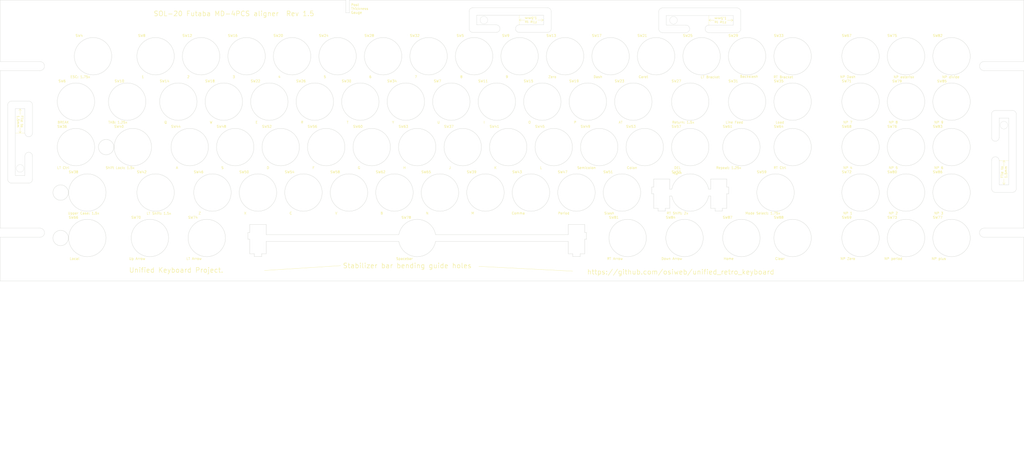
<source format=kicad_pcb>
(kicad_pcb (version 20171130) (host pcbnew "(5.1.6-0-10_14)")

  (general
    (thickness 1.6)
    (drawings 135)
    (tracks 0)
    (zones 0)
    (modules 96)
    (nets 1)
  )

  (page C)
  (title_block
    (title "Unified Retro Keyboard")
    (date 2019-08-25)
    (rev 1.1)
    (company OSIWeb.org)
    (comment 1 "Key aligner - Futaba")
  )

  (layers
    (0 F.Cu signal)
    (31 B.Cu signal)
    (32 B.Adhes user)
    (33 F.Adhes user)
    (34 B.Paste user)
    (35 F.Paste user)
    (36 B.SilkS user)
    (37 F.SilkS user)
    (38 B.Mask user)
    (39 F.Mask user)
    (40 Dwgs.User user)
    (41 Cmts.User user)
    (42 Eco1.User user)
    (43 Eco2.User user)
    (44 Edge.Cuts user)
    (45 Margin user)
    (46 B.CrtYd user)
    (47 F.CrtYd user)
    (48 B.Fab user)
    (49 F.Fab user)
  )

  (setup
    (last_trace_width 0.254)
    (user_trace_width 0.254)
    (user_trace_width 0.508)
    (user_trace_width 1.27)
    (trace_clearance 0.2)
    (zone_clearance 0.508)
    (zone_45_only no)
    (trace_min 0.2)
    (via_size 0.8128)
    (via_drill 0.4064)
    (via_min_size 0.4)
    (via_min_drill 0.3)
    (user_via 1.27 0.7112)
    (uvia_size 0.3048)
    (uvia_drill 0.1016)
    (uvias_allowed no)
    (uvia_min_size 0.2)
    (uvia_min_drill 0.1)
    (edge_width 0.05)
    (segment_width 0.2)
    (pcb_text_width 0.3)
    (pcb_text_size 1.5 1.5)
    (mod_edge_width 0.12)
    (mod_text_size 1 1)
    (mod_text_width 0.15)
    (pad_size 1.6256 1.6256)
    (pad_drill 1.6256)
    (pad_to_mask_clearance 0)
    (aux_axis_origin 61.4172 179.1081)
    (grid_origin 76.835 223.393)
    (visible_elements 7FFFEFFF)
    (pcbplotparams
      (layerselection 0x010fc_ffffffff)
      (usegerberextensions false)
      (usegerberattributes false)
      (usegerberadvancedattributes false)
      (creategerberjobfile false)
      (excludeedgelayer true)
      (linewidth 0.100000)
      (plotframeref false)
      (viasonmask false)
      (mode 1)
      (useauxorigin false)
      (hpglpennumber 1)
      (hpglpenspeed 20)
      (hpglpendiameter 15.000000)
      (psnegative false)
      (psa4output false)
      (plotreference true)
      (plotvalue true)
      (plotinvisibletext false)
      (padsonsilk false)
      (subtractmaskfromsilk false)
      (outputformat 1)
      (mirror false)
      (drillshape 0)
      (scaleselection 1)
      (outputdirectory "outputs"))
  )

  (net 0 "")

  (net_class Default "This is the default net class."
    (clearance 0.2)
    (trace_width 0.254)
    (via_dia 0.8128)
    (via_drill 0.4064)
    (uvia_dia 0.3048)
    (uvia_drill 0.1016)
    (diff_pair_width 0.2032)
    (diff_pair_gap 0.254)
  )

  (net_class power1 ""
    (clearance 0.254)
    (trace_width 1.27)
    (via_dia 1.27)
    (via_drill 0.7112)
    (uvia_dia 0.3048)
    (uvia_drill 0.1016)
    (diff_pair_width 0.2032)
    (diff_pair_gap 0.254)
  )

  (net_class signal ""
    (clearance 0.2032)
    (trace_width 0.254)
    (via_dia 0.8128)
    (via_drill 0.4064)
    (uvia_dia 0.3048)
    (uvia_drill 0.1016)
    (diff_pair_width 0.2032)
    (diff_pair_gap 0.254)
  )

  (module unikbd:Futaba_space_Cherry_aligner locked (layer F.Cu) (tedit 5EE3C0EA) (tstamp 5E12D584)
    (at 251.45238 206.79156)
    (path /5E16AC8E/5E135ADC)
    (fp_text reference SW78 (at -4.5847 -8.5725) (layer F.SilkS)
      (effects (font (size 1 1) (thickness 0.15)))
    )
    (fp_text value Spacebar (at -5.334 8.6614) (layer F.SilkS)
      (effects (font (size 1 1) (thickness 0.15)))
    )
    (fp_text user MX_space_aligner (at -0.6096 7.9248) (layer B.Fab)
      (effects (font (size 1 1) (thickness 0.15)))
    )
    (fp_text user SW** (at -5.334 -7.874) (layer F.SilkS) hide
      (effects (font (size 1 1) (thickness 0.15)))
    )
    (fp_text user Futaba_2u_Cherry_aligner (at 0 -0.5) (layer F.Fab)
      (effects (font (size 1 1) (thickness 0.15)))
    )
    (fp_text user REF** (at 0 0.5) (layer F.SilkS) hide
      (effects (font (size 1 1) (thickness 0.15)))
    )
    (fp_arc (start 0 0) (end 7.697216 -1.397) (angle -159.4) (layer Edge.Cuts) (width 0.12))
    (fp_arc (start 0 0) (end -7.697216 1.397) (angle -159.4) (layer Edge.Cuts) (width 0.12))
    (fp_line (start -63.2206 -5.6896) (end -63.2206 -1.397) (layer Edge.Cuts) (width 0.12))
    (fp_line (start -70.1294 -5.6896) (end -63.2206 -5.6896) (layer Edge.Cuts) (width 0.12))
    (fp_line (start -70.1294 -2.286) (end -70.1294 -5.6896) (layer Edge.Cuts) (width 0.12))
    (fp_line (start -70.866 -2.286) (end -70.1294 -2.286) (layer Edge.Cuts) (width 0.12))
    (fp_line (start -70.866 0.508) (end -70.866 -2.286) (layer Edge.Cuts) (width 0.12))
    (fp_line (start -70.1294 0.508) (end -70.866 0.508) (layer Edge.Cuts) (width 0.12))
    (fp_line (start -70.1294 6.604) (end -70.1294 0.508) (layer Edge.Cuts) (width 0.12))
    (fp_line (start -68.199 6.604) (end -70.1294 6.604) (layer Edge.Cuts) (width 0.12))
    (fp_line (start -68.199 7.7724) (end -68.199 6.604) (layer Edge.Cuts) (width 0.12))
    (fp_line (start -65.151 7.7724) (end -68.199 7.7724) (layer Edge.Cuts) (width 0.12))
    (fp_line (start -65.151 6.604) (end -65.151 7.7724) (layer Edge.Cuts) (width 0.12))
    (fp_line (start -63.2206 6.604) (end -65.151 6.604) (layer Edge.Cuts) (width 0.12))
    (fp_line (start -63.2206 1.397) (end -63.2206 6.604) (layer Edge.Cuts) (width 0.12))
    (fp_line (start 63.2206 6.604) (end 63.2206 1.397) (layer Edge.Cuts) (width 0.12))
    (fp_line (start 65.151 6.604) (end 63.2206 6.604) (layer Edge.Cuts) (width 0.12))
    (fp_line (start 65.151 7.7724) (end 65.151 6.604) (layer Edge.Cuts) (width 0.12))
    (fp_line (start 68.199 7.7724) (end 65.151 7.7724) (layer Edge.Cuts) (width 0.12))
    (fp_line (start 68.199 6.604) (end 68.199 7.7724) (layer Edge.Cuts) (width 0.12))
    (fp_line (start 70.1294 6.604) (end 68.199 6.604) (layer Edge.Cuts) (width 0.12))
    (fp_line (start 70.1294 0.508) (end 70.1294 6.604) (layer Edge.Cuts) (width 0.12))
    (fp_line (start 70.866 0.508) (end 70.1294 0.508) (layer Edge.Cuts) (width 0.12))
    (fp_line (start 70.866 -2.286) (end 70.866 0.508) (layer Edge.Cuts) (width 0.12))
    (fp_line (start 70.1294 -2.286) (end 70.866 -2.286) (layer Edge.Cuts) (width 0.12))
    (fp_line (start 70.1294 -5.6896) (end 70.1294 -2.286) (layer Edge.Cuts) (width 0.12))
    (fp_line (start 63.2206 -5.6896) (end 70.1294 -5.6896) (layer Edge.Cuts) (width 0.12))
    (fp_line (start 63.2206 -1.397) (end 63.2206 -5.6896) (layer Edge.Cuts) (width 0.12))
    (fp_line (start 7.697216 1.397) (end 63.2206 1.397) (layer Edge.Cuts) (width 0.12))
    (fp_line (start 7.697216 -1.397) (end 63.2206 -1.397) (layer Edge.Cuts) (width 0.12))
    (fp_line (start -63.2206 -1.397) (end -7.697216 -1.397) (layer Edge.Cuts) (width 0.12))
    (fp_line (start -63.2206 1.397) (end -7.697216 1.397) (layer Edge.Cuts) (width 0.12))
    (pad "" np_thru_hole circle (at -6.985 6.985) (size 1.6256 1.6256) (drill 1.6256) (layers *.Cu *.Mask))
    (pad "" np_thru_hole circle (at -6.985 -6.985) (size 1.6256 1.6256) (drill 1.6256) (layers *.Cu *.Mask))
    (pad "" np_thru_hole circle (at 6.985 -6.985) (size 1.6256 1.6256) (drill 1.6256) (layers *.Cu *.Mask))
    (pad "" np_thru_hole circle (at 6.985 6.985) (size 1.6256 1.6256) (drill 1.6256) (layers *.Cu *.Mask))
  )

  (module MountingHole:MountingHole_3.2mm_M3 (layer F.Cu) (tedit 5EE9B51C) (tstamp 5EDE0C20)
    (at 184.79516 220.90634)
    (descr "Mounting Hole 3.2mm, no annular, M3")
    (tags "mounting hole 3.2mm no annular m3")
    (attr virtual)
    (fp_text reference REF** (at 0 -4.2) (layer F.SilkS) hide
      (effects (font (size 1 1) (thickness 0.15)))
    )
    (fp_text value "Rod sizing hole 1/16 inch" (at 0 4.2) (layer F.Fab)
      (effects (font (size 1 1) (thickness 0.15)))
    )
    (fp_text user H? (at 0 -2.54) (layer F.Fab)
      (effects (font (size 1 1) (thickness 0.15)))
    )
    (pad "" np_thru_hole circle (at 0 0) (size 1.6256 1.6256) (drill 1.6256) (layers *.Cu *.Mask))
  )

  (module MountingHole:MountingHole_3.2mm_M3 (layer F.Cu) (tedit 5EE9B52B) (tstamp 5EDDA612)
    (at 318.14516 220.90634)
    (descr "Mounting Hole 3.2mm, no annular, M3")
    (tags "mounting hole 3.2mm no annular m3")
    (attr virtual)
    (fp_text reference REF** (at 0 -4.2) (layer F.SilkS) hide
      (effects (font (size 1 1) (thickness 0.15)))
    )
    (fp_text value "Rod sizing hole 1/16 inch" (at 0 4.2) (layer F.Fab)
      (effects (font (size 1 1) (thickness 0.15)))
    )
    (fp_text user H? (at 0 -2.54) (layer F.Fab)
      (effects (font (size 1 1) (thickness 0.15)))
    )
    (pad "" np_thru_hole circle (at 0 0) (size 1.6256 1.6256) (drill 1.6256) (layers *.Cu *.Mask))
  )

  (module unikbd:Futaba_2u_Cherry_aligner locked (layer F.Cu) (tedit 5E8CDB68) (tstamp 5E12D3B8)
    (at 365.75238 187.74156)
    (path /5BC3E99D/5BC6D0C2)
    (fp_text reference SW55 (at -5.7912 -8.6106) (layer F.SilkS)
      (effects (font (size 1 1) (thickness 0.15)))
    )
    (fp_text value "RT Shift: 2x" (at -5.334 8.6614) (layer F.SilkS)
      (effects (font (size 1 1) (thickness 0.15)))
    )
    (fp_line (start -8.6106 -5.6896) (end -8.6106 -1.397) (layer Edge.Cuts) (width 0.12))
    (fp_line (start -15.2654 -5.6896) (end -8.6106 -5.6896) (layer Edge.Cuts) (width 0.12))
    (fp_line (start -15.2654 -2.286) (end -15.2654 -5.6896) (layer Edge.Cuts) (width 0.12))
    (fp_line (start -16.129 -2.286) (end -15.2654 -2.286) (layer Edge.Cuts) (width 0.12))
    (fp_line (start -16.129 0.508) (end -16.129 -2.286) (layer Edge.Cuts) (width 0.12))
    (fp_line (start -15.2654 0.508) (end -16.129 0.508) (layer Edge.Cuts) (width 0.12))
    (fp_line (start -15.2654 6.604) (end -15.2654 0.508) (layer Edge.Cuts) (width 0.12))
    (fp_line (start -13.462 6.604) (end -15.2654 6.604) (layer Edge.Cuts) (width 0.12))
    (fp_line (start -13.462 7.7724) (end -13.462 6.604) (layer Edge.Cuts) (width 0.12))
    (fp_line (start -10.414 7.7724) (end -13.462 7.7724) (layer Edge.Cuts) (width 0.12))
    (fp_line (start -10.414 6.604) (end -10.414 7.7724) (layer Edge.Cuts) (width 0.12))
    (fp_line (start -8.6106 6.604) (end -10.414 6.604) (layer Edge.Cuts) (width 0.12))
    (fp_line (start -8.6106 1.397) (end -8.6106 6.604) (layer Edge.Cuts) (width 0.12))
    (fp_line (start 8.6106 6.604) (end 8.6106 1.397) (layer Edge.Cuts) (width 0.12))
    (fp_line (start 10.414 6.604) (end 8.6106 6.604) (layer Edge.Cuts) (width 0.12))
    (fp_line (start 10.414 7.7724) (end 10.414 6.604) (layer Edge.Cuts) (width 0.12))
    (fp_line (start 13.462 7.7724) (end 10.414 7.7724) (layer Edge.Cuts) (width 0.12))
    (fp_line (start 8.6106 -1.397) (end 8.6106 -5.6896) (layer Edge.Cuts) (width 0.12))
    (fp_line (start 8.6106 -5.6896) (end 15.2654 -5.6896) (layer Edge.Cuts) (width 0.12))
    (fp_line (start 13.462 6.604) (end 13.462 7.7724) (layer Edge.Cuts) (width 0.12))
    (fp_line (start 15.2654 6.604) (end 13.462 6.604) (layer Edge.Cuts) (width 0.12))
    (fp_line (start 15.2654 0.508) (end 15.2654 6.604) (layer Edge.Cuts) (width 0.12))
    (fp_line (start 16.129 0.508) (end 15.2654 0.508) (layer Edge.Cuts) (width 0.12))
    (fp_line (start 16.129 -2.286) (end 16.129 0.508) (layer Edge.Cuts) (width 0.12))
    (fp_line (start 15.2654 -2.286) (end 16.129 -2.286) (layer Edge.Cuts) (width 0.12))
    (fp_line (start 15.2654 -5.6896) (end 15.2654 -2.286) (layer Edge.Cuts) (width 0.12))
    (fp_line (start -8.6106 1.397) (end -7.6962 1.397) (layer Edge.Cuts) (width 0.12))
    (fp_line (start -8.6106 -1.397) (end -7.6962 -1.397) (layer Edge.Cuts) (width 0.12))
    (fp_line (start 7.6962 -1.397) (end 8.6106 -1.397) (layer Edge.Cuts) (width 0.12))
    (fp_line (start 7.6962 1.397) (end 8.6106 1.397) (layer Edge.Cuts) (width 0.12))
    (fp_arc (start 0 0) (end -7.697216 1.397) (angle -159.4) (layer Edge.Cuts) (width 0.12))
    (fp_arc (start 0 0) (end 7.697216 -1.397) (angle -159.4) (layer Edge.Cuts) (width 0.12))
    (fp_text user SW** (at -5.334 -7.874) (layer F.SilkS)
      (effects (font (size 1 1) (thickness 0.15)))
    )
    (fp_text user MX_space_aligner (at -0.6096 7.9248) (layer B.Fab)
      (effects (font (size 1 1) (thickness 0.15)))
    )
    (pad "" np_thru_hole circle (at 6.985 6.985) (size 1.6256 1.6256) (drill 1.6256) (layers *.Cu *.Mask))
    (pad "" np_thru_hole circle (at 6.985 -6.985) (size 1.6256 1.6256) (drill 1.6256) (layers *.Cu *.Mask))
    (pad "" np_thru_hole circle (at -6.985 6.985) (size 1.6256 1.6256) (drill 1.6256) (layers *.Cu *.Mask))
    (pad "" np_thru_hole circle (at -6.985 -6.985) (size 1.6256 1.6256) (drill 1.6256) (layers *.Cu *.Mask))
  )

  (module unikbd:Futaba-MD-4PCS-aligner locked (layer F.Cu) (tedit 5DA63068) (tstamp 5E12D408)
    (at 401.47113 187.74156)
    (path /5BC3E99D/5BC6D0C9)
    (fp_text reference SW59 (at -5.7912 -8.6106) (layer F.SilkS)
      (effects (font (size 1 1) (thickness 0.15)))
    )
    (fp_text value "Mode Select: 1.75x" (at -5.334 8.6614) (layer F.SilkS)
      (effects (font (size 1 1) (thickness 0.15)))
    )
    (fp_circle (center 0 0) (end 7.8232 0) (layer Edge.Cuts) (width 0.12))
    (pad "" np_thru_hole circle (at -6.985 -6.985) (size 1.6256 1.6256) (drill 1.6256) (layers *.Cu *.Mask))
    (pad "" np_thru_hole circle (at -6.985 6.985) (size 1.6256 1.6256) (drill 1.6256) (layers *.Cu *.Mask))
    (pad "" np_thru_hole circle (at 6.985 6.985) (size 1.6256 1.6256) (drill 1.6256) (layers *.Cu *.Mask))
    (pad "" np_thru_hole circle (at 6.985 -6.985) (size 1.6256 1.6256) (drill 1.6256) (layers *.Cu *.Mask))
  )

  (module unikbd:Futaba-MD-4PCS-aligner locked (layer F.Cu) (tedit 5DA63068) (tstamp 5E12D458)
    (at 251.45238 168.69156)
    (path /5BC3E99D/5BC3FF70)
    (fp_text reference SW63 (at -5.7912 -8.6106) (layer F.SilkS)
      (effects (font (size 1 1) (thickness 0.15)))
    )
    (fp_text value H (at -5.334 8.6614) (layer F.SilkS)
      (effects (font (size 1 1) (thickness 0.15)))
    )
    (fp_circle (center 0 0) (end 7.8232 0) (layer Edge.Cuts) (width 0.12))
    (pad "" np_thru_hole circle (at -6.985 -6.985) (size 1.6256 1.6256) (drill 1.6256) (layers *.Cu *.Mask))
    (pad "" np_thru_hole circle (at -6.985 6.985) (size 1.6256 1.6256) (drill 1.6256) (layers *.Cu *.Mask))
    (pad "" np_thru_hole circle (at 6.985 6.985) (size 1.6256 1.6256) (drill 1.6256) (layers *.Cu *.Mask))
    (pad "" np_thru_hole circle (at 6.985 -6.985) (size 1.6256 1.6256) (drill 1.6256) (layers *.Cu *.Mask))
  )

  (module unikbd:Futaba-MD-4PCS-aligner locked (layer F.Cu) (tedit 5DA63068) (tstamp 5E12D41C)
    (at 232.40238 168.69156)
    (path /5BC3E99D/5BC3FF77)
    (fp_text reference SW60 (at -5.7912 -8.6106) (layer F.SilkS)
      (effects (font (size 1 1) (thickness 0.15)))
    )
    (fp_text value G (at -5.334 8.6614) (layer F.SilkS)
      (effects (font (size 1 1) (thickness 0.15)))
    )
    (fp_circle (center 0 0) (end 7.8232 0) (layer Edge.Cuts) (width 0.12))
    (pad "" np_thru_hole circle (at -6.985 -6.985) (size 1.6256 1.6256) (drill 1.6256) (layers *.Cu *.Mask))
    (pad "" np_thru_hole circle (at -6.985 6.985) (size 1.6256 1.6256) (drill 1.6256) (layers *.Cu *.Mask))
    (pad "" np_thru_hole circle (at 6.985 6.985) (size 1.6256 1.6256) (drill 1.6256) (layers *.Cu *.Mask))
    (pad "" np_thru_hole circle (at 6.985 -6.985) (size 1.6256 1.6256) (drill 1.6256) (layers *.Cu *.Mask))
  )

  (module unikbd:Futaba-MD-4PCS-aligner locked (layer F.Cu) (tedit 5DA63068) (tstamp 5E12D430)
    (at 387.18363 168.69156)
    (path /5BC3E99D/5BC6CD87)
    (fp_text reference SW61 (at -5.7912 -8.6106) (layer F.SilkS)
      (effects (font (size 1 1) (thickness 0.15)))
    )
    (fp_text value "Repeat: 1.25x" (at -5.334 8.6614) (layer F.SilkS)
      (effects (font (size 1 1) (thickness 0.15)))
    )
    (fp_circle (center 0 0) (end 7.8232 0) (layer Edge.Cuts) (width 0.12))
    (pad "" np_thru_hole circle (at -6.985 -6.985) (size 1.6256 1.6256) (drill 1.6256) (layers *.Cu *.Mask))
    (pad "" np_thru_hole circle (at -6.985 6.985) (size 1.6256 1.6256) (drill 1.6256) (layers *.Cu *.Mask))
    (pad "" np_thru_hole circle (at 6.985 6.985) (size 1.6256 1.6256) (drill 1.6256) (layers *.Cu *.Mask))
    (pad "" np_thru_hole circle (at 6.985 -6.985) (size 1.6256 1.6256) (drill 1.6256) (layers *.Cu *.Mask))
  )

  (module unikbd:Futaba-MD-4PCS-aligner locked (layer F.Cu) (tedit 5DA63068) (tstamp 5E12D3CC)
    (at 213.35238 168.69156)
    (path /5BC3E99D/5BC3FF69)
    (fp_text reference SW56 (at -5.7912 -8.6106) (layer F.SilkS)
      (effects (font (size 1 1) (thickness 0.15)))
    )
    (fp_text value F (at -5.334 8.6614) (layer F.SilkS)
      (effects (font (size 1 1) (thickness 0.15)))
    )
    (fp_circle (center 0 0) (end 7.8232 0) (layer Edge.Cuts) (width 0.12))
    (pad "" np_thru_hole circle (at -6.985 -6.985) (size 1.6256 1.6256) (drill 1.6256) (layers *.Cu *.Mask))
    (pad "" np_thru_hole circle (at -6.985 6.985) (size 1.6256 1.6256) (drill 1.6256) (layers *.Cu *.Mask))
    (pad "" np_thru_hole circle (at 6.985 6.985) (size 1.6256 1.6256) (drill 1.6256) (layers *.Cu *.Mask))
    (pad "" np_thru_hole circle (at 6.985 -6.985) (size 1.6256 1.6256) (drill 1.6256) (layers *.Cu *.Mask))
  )

  (module unikbd:Futaba-MD-4PCS-aligner locked (layer F.Cu) (tedit 5DA63068) (tstamp 5E12D46C)
    (at 408.61488 168.69156)
    (path /5BC3E99D/5BC6CD80)
    (fp_text reference SW64 (at -5.7912 -8.6106) (layer F.SilkS)
      (effects (font (size 1 1) (thickness 0.15)))
    )
    (fp_text value "RT Ctrl" (at -5.334 8.6614) (layer F.SilkS)
      (effects (font (size 1 1) (thickness 0.15)))
    )
    (fp_circle (center 0 0) (end 7.8232 0) (layer Edge.Cuts) (width 0.12))
    (pad "" np_thru_hole circle (at -6.985 -6.985) (size 1.6256 1.6256) (drill 1.6256) (layers *.Cu *.Mask))
    (pad "" np_thru_hole circle (at -6.985 6.985) (size 1.6256 1.6256) (drill 1.6256) (layers *.Cu *.Mask))
    (pad "" np_thru_hole circle (at 6.985 6.985) (size 1.6256 1.6256) (drill 1.6256) (layers *.Cu *.Mask))
    (pad "" np_thru_hole circle (at 6.985 -6.985) (size 1.6256 1.6256) (drill 1.6256) (layers *.Cu *.Mask))
  )

  (module unikbd:Futaba-MD-4PCS-aligner locked (layer F.Cu) (tedit 5DA63068) (tstamp 5E12D250)
    (at 270.50238 168.69156)
    (path /5BC3E99D/5E1BE11F)
    (fp_text reference SW37 (at -5.7912 -8.6106) (layer F.SilkS)
      (effects (font (size 1 1) (thickness 0.15)))
    )
    (fp_text value J (at -5.334 8.6614) (layer F.SilkS)
      (effects (font (size 1 1) (thickness 0.15)))
    )
    (fp_circle (center 0 0) (end 7.8232 0) (layer Edge.Cuts) (width 0.12))
    (pad "" np_thru_hole circle (at -6.985 -6.985) (size 1.6256 1.6256) (drill 1.6256) (layers *.Cu *.Mask))
    (pad "" np_thru_hole circle (at -6.985 6.985) (size 1.6256 1.6256) (drill 1.6256) (layers *.Cu *.Mask))
    (pad "" np_thru_hole circle (at 6.985 6.985) (size 1.6256 1.6256) (drill 1.6256) (layers *.Cu *.Mask))
    (pad "" np_thru_hole circle (at 6.985 -6.985) (size 1.6256 1.6256) (drill 1.6256) (layers *.Cu *.Mask))
  )

  (module unikbd:Futaba-MD-4PCS-aligner locked (layer F.Cu) (tedit 5DA63068) (tstamp 5E12D55C)
    (at 456.11288 168.69156)
    (path /5E16AC8E/5E1BE10C)
    (fp_text reference SW76 (at -5.7912 -8.6106) (layer F.SilkS)
      (effects (font (size 1 1) (thickness 0.15)))
    )
    (fp_text value "NP 5" (at -5.334 8.6614) (layer F.SilkS)
      (effects (font (size 1 1) (thickness 0.15)))
    )
    (fp_circle (center 0 0) (end 7.8232 0) (layer Edge.Cuts) (width 0.12))
    (pad "" np_thru_hole circle (at -6.985 -6.985) (size 1.6256 1.6256) (drill 1.6256) (layers *.Cu *.Mask))
    (pad "" np_thru_hole circle (at -6.985 6.985) (size 1.6256 1.6256) (drill 1.6256) (layers *.Cu *.Mask))
    (pad "" np_thru_hole circle (at 6.985 6.985) (size 1.6256 1.6256) (drill 1.6256) (layers *.Cu *.Mask))
    (pad "" np_thru_hole circle (at 6.985 -6.985) (size 1.6256 1.6256) (drill 1.6256) (layers *.Cu *.Mask))
  )

  (module unikbd:Futaba-MD-4PCS-aligner locked (layer F.Cu) (tedit 5DA63068) (tstamp 5E12D28C)
    (at 132.38988 168.69156)
    (path /5BC3E99D/5BC3FD26)
    (fp_text reference SW40 (at -5.7912 -8.6106) (layer F.SilkS)
      (effects (font (size 1 1) (thickness 0.15)))
    )
    (fp_text value "Shift Lock: 1.5x" (at -5.334 8.6614) (layer F.SilkS)
      (effects (font (size 1 1) (thickness 0.15)))
    )
    (fp_circle (center 0 0) (end 7.8232 0) (layer Edge.Cuts) (width 0.12))
    (pad "" np_thru_hole circle (at -6.985 -6.985) (size 1.6256 1.6256) (drill 1.6256) (layers *.Cu *.Mask))
    (pad "" np_thru_hole circle (at -6.985 6.985) (size 1.6256 1.6256) (drill 1.6256) (layers *.Cu *.Mask))
    (pad "" np_thru_hole circle (at 6.985 6.985) (size 1.6256 1.6256) (drill 1.6256) (layers *.Cu *.Mask))
    (pad "" np_thru_hole circle (at 6.985 -6.985) (size 1.6256 1.6256) (drill 1.6256) (layers *.Cu *.Mask))
  )

  (module unikbd:Futaba-MD-4PCS-aligner locked (layer F.Cu) (tedit 5DA63068) (tstamp 5E12D2A0)
    (at 289.55238 168.69156)
    (path /5BC3E99D/5BC6CD5D)
    (fp_text reference SW41 (at -5.7912 -8.6106) (layer F.SilkS)
      (effects (font (size 1 1) (thickness 0.15)))
    )
    (fp_text value K (at -5.334 8.6614) (layer F.SilkS)
      (effects (font (size 1 1) (thickness 0.15)))
    )
    (fp_circle (center 0 0) (end 7.8232 0) (layer Edge.Cuts) (width 0.12))
    (pad "" np_thru_hole circle (at -6.985 -6.985) (size 1.6256 1.6256) (drill 1.6256) (layers *.Cu *.Mask))
    (pad "" np_thru_hole circle (at -6.985 6.985) (size 1.6256 1.6256) (drill 1.6256) (layers *.Cu *.Mask))
    (pad "" np_thru_hole circle (at 6.985 6.985) (size 1.6256 1.6256) (drill 1.6256) (layers *.Cu *.Mask))
    (pad "" np_thru_hole circle (at 6.985 -6.985) (size 1.6256 1.6256) (drill 1.6256) (layers *.Cu *.Mask))
  )

  (module unikbd:Futaba-MD-4PCS-aligner locked (layer F.Cu) (tedit 5DA63068) (tstamp 5E12D2DC)
    (at 156.20238 168.69156)
    (path /5BC3E99D/5BC3FE57)
    (fp_text reference SW44 (at -5.7912 -8.6106) (layer F.SilkS)
      (effects (font (size 1 1) (thickness 0.15)))
    )
    (fp_text value A (at -5.334 8.6614) (layer F.SilkS)
      (effects (font (size 1 1) (thickness 0.15)))
    )
    (fp_circle (center 0 0) (end 7.8232 0) (layer Edge.Cuts) (width 0.12))
    (pad "" np_thru_hole circle (at -6.985 -6.985) (size 1.6256 1.6256) (drill 1.6256) (layers *.Cu *.Mask))
    (pad "" np_thru_hole circle (at -6.985 6.985) (size 1.6256 1.6256) (drill 1.6256) (layers *.Cu *.Mask))
    (pad "" np_thru_hole circle (at 6.985 6.985) (size 1.6256 1.6256) (drill 1.6256) (layers *.Cu *.Mask))
    (pad "" np_thru_hole circle (at 6.985 -6.985) (size 1.6256 1.6256) (drill 1.6256) (layers *.Cu *.Mask))
  )

  (module unikbd:Futaba-MD-4PCS-aligner locked (layer F.Cu) (tedit 5DA63068) (tstamp 5E12D2F0)
    (at 308.60238 168.69156)
    (path /5BC3E99D/5BC6CD6B)
    (fp_text reference SW45 (at -5.7912 -8.6106) (layer F.SilkS)
      (effects (font (size 1 1) (thickness 0.15)))
    )
    (fp_text value L (at -5.334 8.6614) (layer F.SilkS)
      (effects (font (size 1 1) (thickness 0.15)))
    )
    (fp_circle (center 0 0) (end 7.8232 0) (layer Edge.Cuts) (width 0.12))
    (pad "" np_thru_hole circle (at -6.985 -6.985) (size 1.6256 1.6256) (drill 1.6256) (layers *.Cu *.Mask))
    (pad "" np_thru_hole circle (at -6.985 6.985) (size 1.6256 1.6256) (drill 1.6256) (layers *.Cu *.Mask))
    (pad "" np_thru_hole circle (at 6.985 6.985) (size 1.6256 1.6256) (drill 1.6256) (layers *.Cu *.Mask))
    (pad "" np_thru_hole circle (at 6.985 -6.985) (size 1.6256 1.6256) (drill 1.6256) (layers *.Cu *.Mask))
  )

  (module unikbd:Futaba-MD-4PCS-aligner locked (layer F.Cu) (tedit 5DA63068) (tstamp 5E12D32C)
    (at 175.25238 168.69156)
    (path /5BC3E99D/5E1BE11D)
    (fp_text reference SW48 (at -5.7912 -8.6106) (layer F.SilkS)
      (effects (font (size 1 1) (thickness 0.15)))
    )
    (fp_text value S (at -5.334 8.6614) (layer F.SilkS)
      (effects (font (size 1 1) (thickness 0.15)))
    )
    (fp_circle (center 0 0) (end 7.8232 0) (layer Edge.Cuts) (width 0.12))
    (pad "" np_thru_hole circle (at -6.985 -6.985) (size 1.6256 1.6256) (drill 1.6256) (layers *.Cu *.Mask))
    (pad "" np_thru_hole circle (at -6.985 6.985) (size 1.6256 1.6256) (drill 1.6256) (layers *.Cu *.Mask))
    (pad "" np_thru_hole circle (at 6.985 6.985) (size 1.6256 1.6256) (drill 1.6256) (layers *.Cu *.Mask))
    (pad "" np_thru_hole circle (at 6.985 -6.985) (size 1.6256 1.6256) (drill 1.6256) (layers *.Cu *.Mask))
  )

  (module unikbd:Futaba-MD-4PCS-aligner locked (layer F.Cu) (tedit 5DA63068) (tstamp 5E12D340)
    (at 327.65238 168.69156)
    (path /5BC3E99D/5BC6CD64)
    (fp_text reference SW49 (at -5.7912 -8.6106) (layer F.SilkS)
      (effects (font (size 1 1) (thickness 0.15)))
    )
    (fp_text value Semicolon (at -5.334 8.6614) (layer F.SilkS)
      (effects (font (size 1 1) (thickness 0.15)))
    )
    (fp_circle (center 0 0) (end 7.8232 0) (layer Edge.Cuts) (width 0.12))
    (pad "" np_thru_hole circle (at -6.985 -6.985) (size 1.6256 1.6256) (drill 1.6256) (layers *.Cu *.Mask))
    (pad "" np_thru_hole circle (at -6.985 6.985) (size 1.6256 1.6256) (drill 1.6256) (layers *.Cu *.Mask))
    (pad "" np_thru_hole circle (at 6.985 6.985) (size 1.6256 1.6256) (drill 1.6256) (layers *.Cu *.Mask))
    (pad "" np_thru_hole circle (at 6.985 -6.985) (size 1.6256 1.6256) (drill 1.6256) (layers *.Cu *.Mask))
  )

  (module unikbd:Futaba-MD-4PCS-aligner locked (layer F.Cu) (tedit 5DA63068) (tstamp 5E12D37C)
    (at 194.30238 168.69156)
    (path /5BC3E99D/5E0AC938)
    (fp_text reference SW52 (at -5.7912 -8.6106) (layer F.SilkS)
      (effects (font (size 1 1) (thickness 0.15)))
    )
    (fp_text value D (at -5.334 8.6614) (layer F.SilkS)
      (effects (font (size 1 1) (thickness 0.15)))
    )
    (fp_circle (center 0 0) (end 7.8232 0) (layer Edge.Cuts) (width 0.12))
    (pad "" np_thru_hole circle (at -6.985 -6.985) (size 1.6256 1.6256) (drill 1.6256) (layers *.Cu *.Mask))
    (pad "" np_thru_hole circle (at -6.985 6.985) (size 1.6256 1.6256) (drill 1.6256) (layers *.Cu *.Mask))
    (pad "" np_thru_hole circle (at 6.985 6.985) (size 1.6256 1.6256) (drill 1.6256) (layers *.Cu *.Mask))
    (pad "" np_thru_hole circle (at 6.985 -6.985) (size 1.6256 1.6256) (drill 1.6256) (layers *.Cu *.Mask))
  )

  (module unikbd:Futaba-MD-4PCS-aligner locked (layer F.Cu) (tedit 5DA63068) (tstamp 5E12D390)
    (at 346.70238 168.69156)
    (path /5BC3E99D/5BC6CD72)
    (fp_text reference SW53 (at -5.7912 -8.6106) (layer F.SilkS)
      (effects (font (size 1 1) (thickness 0.15)))
    )
    (fp_text value Colon (at -5.334 8.6614) (layer F.SilkS)
      (effects (font (size 1 1) (thickness 0.15)))
    )
    (fp_circle (center 0 0) (end 7.8232 0) (layer Edge.Cuts) (width 0.12))
    (pad "" np_thru_hole circle (at -6.985 -6.985) (size 1.6256 1.6256) (drill 1.6256) (layers *.Cu *.Mask))
    (pad "" np_thru_hole circle (at -6.985 6.985) (size 1.6256 1.6256) (drill 1.6256) (layers *.Cu *.Mask))
    (pad "" np_thru_hole circle (at 6.985 6.985) (size 1.6256 1.6256) (drill 1.6256) (layers *.Cu *.Mask))
    (pad "" np_thru_hole circle (at 6.985 -6.985) (size 1.6256 1.6256) (drill 1.6256) (layers *.Cu *.Mask))
  )

  (module unikbd:Futaba-MD-4PCS-aligner locked (layer F.Cu) (tedit 5DA63068) (tstamp 5E12D4BC)
    (at 437.06288 168.69156)
    (path /5E16AC8E/5E1BE109)
    (fp_text reference SW68 (at -5.7912 -8.6106) (layer F.SilkS)
      (effects (font (size 1 1) (thickness 0.15)))
    )
    (fp_text value "NP 4" (at -5.334 8.6614) (layer F.SilkS)
      (effects (font (size 1 1) (thickness 0.15)))
    )
    (fp_circle (center 0 0) (end 7.8232 0) (layer Edge.Cuts) (width 0.12))
    (pad "" np_thru_hole circle (at -6.985 -6.985) (size 1.6256 1.6256) (drill 1.6256) (layers *.Cu *.Mask))
    (pad "" np_thru_hole circle (at -6.985 6.985) (size 1.6256 1.6256) (drill 1.6256) (layers *.Cu *.Mask))
    (pad "" np_thru_hole circle (at 6.985 6.985) (size 1.6256 1.6256) (drill 1.6256) (layers *.Cu *.Mask))
    (pad "" np_thru_hole circle (at 6.985 -6.985) (size 1.6256 1.6256) (drill 1.6256) (layers *.Cu *.Mask))
  )

  (module unikbd:Futaba-MD-4PCS-aligner locked (layer F.Cu) (tedit 5DA63068) (tstamp 5E12D5E8)
    (at 475.16288 168.69156)
    (path /5E16AC8E/5E1BE10D)
    (fp_text reference SW83 (at -5.7912 -8.6106) (layer F.SilkS)
      (effects (font (size 1 1) (thickness 0.15)))
    )
    (fp_text value "NP 6" (at -5.334 8.6614) (layer F.SilkS)
      (effects (font (size 1 1) (thickness 0.15)))
    )
    (fp_circle (center 0 0) (end 7.8232 0) (layer Edge.Cuts) (width 0.12))
    (pad "" np_thru_hole circle (at -6.985 -6.985) (size 1.6256 1.6256) (drill 1.6256) (layers *.Cu *.Mask))
    (pad "" np_thru_hole circle (at -6.985 6.985) (size 1.6256 1.6256) (drill 1.6256) (layers *.Cu *.Mask))
    (pad "" np_thru_hole circle (at 6.985 6.985) (size 1.6256 1.6256) (drill 1.6256) (layers *.Cu *.Mask))
    (pad "" np_thru_hole circle (at 6.985 -6.985) (size 1.6256 1.6256) (drill 1.6256) (layers *.Cu *.Mask))
  )

  (module unikbd:Futaba-MD-4PCS-aligner locked (layer F.Cu) (tedit 5DA63068) (tstamp 5E12D3E0)
    (at 365.75238 168.69156)
    (path /5BC3E99D/5BC6CD79)
    (fp_text reference SW57 (at -5.7912 -8.6106) (layer F.SilkS)
      (effects (font (size 1 1) (thickness 0.15)))
    )
    (fp_text value DEL (at -5.334 8.6614) (layer F.SilkS)
      (effects (font (size 1 1) (thickness 0.15)))
    )
    (fp_circle (center 0 0) (end 7.8232 0) (layer Edge.Cuts) (width 0.12))
    (pad "" np_thru_hole circle (at -6.985 -6.985) (size 1.6256 1.6256) (drill 1.6256) (layers *.Cu *.Mask))
    (pad "" np_thru_hole circle (at -6.985 6.985) (size 1.6256 1.6256) (drill 1.6256) (layers *.Cu *.Mask))
    (pad "" np_thru_hole circle (at 6.985 6.985) (size 1.6256 1.6256) (drill 1.6256) (layers *.Cu *.Mask))
    (pad "" np_thru_hole circle (at 6.985 -6.985) (size 1.6256 1.6256) (drill 1.6256) (layers *.Cu *.Mask))
  )

  (module unikbd:Futaba-MD-4PCS-aligner locked (layer F.Cu) (tedit 5DA63068) (tstamp 5E12D3A4)
    (at 203.82738 187.74156)
    (path /5BC3E99D/5BC6CEF2)
    (fp_text reference SW54 (at -5.7912 -8.6106) (layer F.SilkS)
      (effects (font (size 1 1) (thickness 0.15)))
    )
    (fp_text value C (at -5.334 8.6614) (layer F.SilkS)
      (effects (font (size 1 1) (thickness 0.15)))
    )
    (fp_circle (center 0 0) (end 7.8232 0) (layer Edge.Cuts) (width 0.12))
    (pad "" np_thru_hole circle (at -6.985 -6.985) (size 1.6256 1.6256) (drill 1.6256) (layers *.Cu *.Mask))
    (pad "" np_thru_hole circle (at -6.985 6.985) (size 1.6256 1.6256) (drill 1.6256) (layers *.Cu *.Mask))
    (pad "" np_thru_hole circle (at 6.985 6.985) (size 1.6256 1.6256) (drill 1.6256) (layers *.Cu *.Mask))
    (pad "" np_thru_hole circle (at 6.985 -6.985) (size 1.6256 1.6256) (drill 1.6256) (layers *.Cu *.Mask))
  )

  (module unikbd:Futaba-MD-4PCS-aligner locked (layer F.Cu) (tedit 5DA63068) (tstamp 5E6EC726)
    (at 163.34613 206.79156)
    (path /5E16AC8E/5E1BE0F6)
    (fp_text reference SW74 (at -5.7912 -8.6106) (layer F.SilkS)
      (effects (font (size 1 1) (thickness 0.15)))
    )
    (fp_text value "LT Arrow" (at -5.334 8.6614) (layer F.SilkS)
      (effects (font (size 1 1) (thickness 0.15)))
    )
    (fp_circle (center 0 0) (end 7.8232 0) (layer Edge.Cuts) (width 0.12))
    (pad "" np_thru_hole circle (at -6.985 -6.985) (size 1.6256 1.6256) (drill 1.6256) (layers *.Cu *.Mask))
    (pad "" np_thru_hole circle (at -6.985 6.985) (size 1.6256 1.6256) (drill 1.6256) (layers *.Cu *.Mask))
    (pad "" np_thru_hole circle (at 6.985 6.985) (size 1.6256 1.6256) (drill 1.6256) (layers *.Cu *.Mask))
    (pad "" np_thru_hole circle (at 6.985 -6.985) (size 1.6256 1.6256) (drill 1.6256) (layers *.Cu *.Mask))
  )

  (module unikbd:Futaba-MD-4PCS-aligner locked (layer F.Cu) (tedit 5DA63068) (tstamp 5E120789)
    (at 475.16288 149.64156)
    (path /5E16AC8E/5E1BE103)
    (fp_text reference SW85 (at -4.03098 -8.56996) (layer F.SilkS)
      (effects (font (size 1 1) (thickness 0.15)))
    )
    (fp_text value "NP 9" (at -5.334 8.6614) (layer F.SilkS)
      (effects (font (size 1 1) (thickness 0.15)))
    )
    (fp_circle (center 0 0) (end 7.8232 0) (layer Edge.Cuts) (width 0.12))
    (pad "" np_thru_hole circle (at -6.985 -6.985) (size 1.6256 1.6256) (drill 1.6256) (layers *.Cu *.Mask))
    (pad "" np_thru_hole circle (at -6.985 6.985) (size 1.6256 1.6256) (drill 1.6256) (layers *.Cu *.Mask))
    (pad "" np_thru_hole circle (at 6.985 6.985) (size 1.6256 1.6256) (drill 1.6256) (layers *.Cu *.Mask))
    (pad "" np_thru_hole circle (at 6.985 -6.985) (size 1.6256 1.6256) (drill 1.6256) (layers *.Cu *.Mask))
  )

  (module unikbd:Futaba-MD-4PCS-aligner locked (layer F.Cu) (tedit 5DA63068) (tstamp 5E12D1C4)
    (at 227.63988 149.64156)
    (path /5BC3EA0A/5BCAF420)
    (fp_text reference SW30 (at -5.7912 -8.6106) (layer F.SilkS)
      (effects (font (size 1 1) (thickness 0.15)))
    )
    (fp_text value T (at -5.334 8.6614) (layer F.SilkS)
      (effects (font (size 1 1) (thickness 0.15)))
    )
    (fp_circle (center 0 0) (end 7.8232 0) (layer Edge.Cuts) (width 0.12))
    (pad "" np_thru_hole circle (at -6.985 -6.985) (size 1.6256 1.6256) (drill 1.6256) (layers *.Cu *.Mask))
    (pad "" np_thru_hole circle (at -6.985 6.985) (size 1.6256 1.6256) (drill 1.6256) (layers *.Cu *.Mask))
    (pad "" np_thru_hole circle (at 6.985 6.985) (size 1.6256 1.6256) (drill 1.6256) (layers *.Cu *.Mask))
    (pad "" np_thru_hole circle (at 6.985 -6.985) (size 1.6256 1.6256) (drill 1.6256) (layers *.Cu *.Mask))
  )

  (module unikbd:Futaba-MD-4PCS-aligner locked (layer F.Cu) (tedit 5DA63068) (tstamp 5E12D64C)
    (at 408.61488 206.79156)
    (path /5E16AC8E/5E1BE0F8)
    (fp_text reference SW88 (at -5.7912 -8.6106) (layer F.SilkS)
      (effects (font (size 1 1) (thickness 0.15)))
    )
    (fp_text value Clear (at -5.334 8.6614) (layer F.SilkS)
      (effects (font (size 1 1) (thickness 0.15)))
    )
    (fp_circle (center 0 0) (end 7.8232 0) (layer Edge.Cuts) (width 0.12))
    (pad "" np_thru_hole circle (at -6.985 -6.985) (size 1.6256 1.6256) (drill 1.6256) (layers *.Cu *.Mask))
    (pad "" np_thru_hole circle (at -6.985 6.985) (size 1.6256 1.6256) (drill 1.6256) (layers *.Cu *.Mask))
    (pad "" np_thru_hole circle (at 6.985 6.985) (size 1.6256 1.6256) (drill 1.6256) (layers *.Cu *.Mask))
    (pad "" np_thru_hole circle (at 6.985 -6.985) (size 1.6256 1.6256) (drill 1.6256) (layers *.Cu *.Mask))
  )

  (module unikbd:Futaba-MD-4PCS-aligner locked (layer F.Cu) (tedit 5DA63068) (tstamp 5E12D638)
    (at 387.18363 206.79156)
    (path /5E16AC8E/5E1BE0F9)
    (fp_text reference SW87 (at -5.7912 -8.6106) (layer F.SilkS)
      (effects (font (size 1 1) (thickness 0.15)))
    )
    (fp_text value Home (at -5.334 8.6614) (layer F.SilkS)
      (effects (font (size 1 1) (thickness 0.15)))
    )
    (fp_circle (center 0 0) (end 7.8232 0) (layer Edge.Cuts) (width 0.12))
    (pad "" np_thru_hole circle (at -6.985 -6.985) (size 1.6256 1.6256) (drill 1.6256) (layers *.Cu *.Mask))
    (pad "" np_thru_hole circle (at -6.985 6.985) (size 1.6256 1.6256) (drill 1.6256) (layers *.Cu *.Mask))
    (pad "" np_thru_hole circle (at 6.985 6.985) (size 1.6256 1.6256) (drill 1.6256) (layers *.Cu *.Mask))
    (pad "" np_thru_hole circle (at 6.985 -6.985) (size 1.6256 1.6256) (drill 1.6256) (layers *.Cu *.Mask))
  )

  (module unikbd:Futaba-MD-4PCS-aligner locked (layer F.Cu) (tedit 5DA63068) (tstamp 5E12D624)
    (at 475.16288 187.74156)
    (path /5E16AC8E/5E1BE10E)
    (fp_text reference SW86 (at -5.7912 -8.6106) (layer F.SilkS)
      (effects (font (size 1 1) (thickness 0.15)))
    )
    (fp_text value "NP 3" (at -5.334 8.6614) (layer F.SilkS)
      (effects (font (size 1 1) (thickness 0.15)))
    )
    (fp_circle (center 0 0) (end 7.8232 0) (layer Edge.Cuts) (width 0.12))
    (pad "" np_thru_hole circle (at -6.985 -6.985) (size 1.6256 1.6256) (drill 1.6256) (layers *.Cu *.Mask))
    (pad "" np_thru_hole circle (at -6.985 6.985) (size 1.6256 1.6256) (drill 1.6256) (layers *.Cu *.Mask))
    (pad "" np_thru_hole circle (at 6.985 6.985) (size 1.6256 1.6256) (drill 1.6256) (layers *.Cu *.Mask))
    (pad "" np_thru_hole circle (at 6.985 -6.985) (size 1.6256 1.6256) (drill 1.6256) (layers *.Cu *.Mask))
  )

  (module unikbd:Futaba-MD-4PCS-aligner locked (layer F.Cu) (tedit 5DA63068) (tstamp 5E12D5FC)
    (at 363.37113 206.79156)
    (path /5E16AC8E/5E1BE0F7)
    (fp_text reference SW84 (at -5.7912 -8.6106) (layer F.SilkS)
      (effects (font (size 1 1) (thickness 0.15)))
    )
    (fp_text value "Down Arrow" (at -5.334 8.6614) (layer F.SilkS)
      (effects (font (size 1 1) (thickness 0.15)))
    )
    (fp_circle (center 0 0) (end 7.8232 0) (layer Edge.Cuts) (width 0.12))
    (pad "" np_thru_hole circle (at -6.985 -6.985) (size 1.6256 1.6256) (drill 1.6256) (layers *.Cu *.Mask))
    (pad "" np_thru_hole circle (at -6.985 6.985) (size 1.6256 1.6256) (drill 1.6256) (layers *.Cu *.Mask))
    (pad "" np_thru_hole circle (at 6.985 6.985) (size 1.6256 1.6256) (drill 1.6256) (layers *.Cu *.Mask))
    (pad "" np_thru_hole circle (at 6.985 -6.985) (size 1.6256 1.6256) (drill 1.6256) (layers *.Cu *.Mask))
  )

  (module unikbd:Futaba-MD-4PCS-aligner locked (layer F.Cu) (tedit 5DA63068) (tstamp 5E12D5D4)
    (at 475.16288 130.59156)
    (path /5E16AC8E/5E1BE102)
    (fp_text reference SW82 (at -5.7912 -8.6106) (layer F.SilkS)
      (effects (font (size 1 1) (thickness 0.15)))
    )
    (fp_text value "NP divide" (at -0.29718 8.72744) (layer F.SilkS)
      (effects (font (size 1 1) (thickness 0.15)))
    )
    (fp_circle (center 0 0) (end 7.8232 0) (layer Edge.Cuts) (width 0.12))
    (pad "" np_thru_hole circle (at -6.985 -6.985) (size 1.6256 1.6256) (drill 1.6256) (layers *.Cu *.Mask))
    (pad "" np_thru_hole circle (at -6.985 6.985) (size 1.6256 1.6256) (drill 1.6256) (layers *.Cu *.Mask))
    (pad "" np_thru_hole circle (at 6.985 6.985) (size 1.6256 1.6256) (drill 1.6256) (layers *.Cu *.Mask))
    (pad "" np_thru_hole circle (at 6.985 -6.985) (size 1.6256 1.6256) (drill 1.6256) (layers *.Cu *.Mask))
  )

  (module unikbd:Futaba-MD-4PCS-aligner locked (layer F.Cu) (tedit 5DA63068) (tstamp 5E10B4C4)
    (at 339.55863 206.79156)
    (path /5E16AC8E/5E1BE119)
    (fp_text reference SW81 (at -5.7912 -8.6106) (layer F.SilkS)
      (effects (font (size 1 1) (thickness 0.15)))
    )
    (fp_text value "RT Arrow" (at -5.334 8.6614) (layer F.SilkS)
      (effects (font (size 1 1) (thickness 0.15)))
    )
    (fp_circle (center 0 0) (end 7.8232 0) (layer Edge.Cuts) (width 0.12))
    (pad "" np_thru_hole circle (at -6.985 -6.985) (size 1.6256 1.6256) (drill 1.6256) (layers *.Cu *.Mask))
    (pad "" np_thru_hole circle (at -6.985 6.985) (size 1.6256 1.6256) (drill 1.6256) (layers *.Cu *.Mask))
    (pad "" np_thru_hole circle (at 6.985 6.985) (size 1.6256 1.6256) (drill 1.6256) (layers *.Cu *.Mask))
    (pad "" np_thru_hole circle (at 6.985 -6.985) (size 1.6256 1.6256) (drill 1.6256) (layers *.Cu *.Mask))
  )

  (module unikbd:Futaba-MD-4PCS-aligner locked (layer F.Cu) (tedit 5DA63068) (tstamp 5E12D5AC)
    (at 456.11288 187.74156)
    (path /5E16AC8E/5E1BE10B)
    (fp_text reference SW80 (at -5.7912 -8.6106) (layer F.SilkS)
      (effects (font (size 1 1) (thickness 0.15)))
    )
    (fp_text value "NP 2" (at -5.334 8.6614) (layer F.SilkS)
      (effects (font (size 1 1) (thickness 0.15)))
    )
    (fp_circle (center 0 0) (end 7.8232 0) (layer Edge.Cuts) (width 0.12))
    (pad "" np_thru_hole circle (at -6.985 -6.985) (size 1.6256 1.6256) (drill 1.6256) (layers *.Cu *.Mask))
    (pad "" np_thru_hole circle (at -6.985 6.985) (size 1.6256 1.6256) (drill 1.6256) (layers *.Cu *.Mask))
    (pad "" np_thru_hole circle (at 6.985 6.985) (size 1.6256 1.6256) (drill 1.6256) (layers *.Cu *.Mask))
    (pad "" np_thru_hole circle (at 6.985 -6.985) (size 1.6256 1.6256) (drill 1.6256) (layers *.Cu *.Mask))
  )

  (module unikbd:Futaba-MD-4PCS-aligner locked (layer F.Cu) (tedit 5DA63068) (tstamp 5E12D598)
    (at 456.11288 149.64156)
    (path /5E16AC8E/5E1BE100)
    (fp_text reference SW79 (at -3.75158 -8.56996) (layer F.SilkS)
      (effects (font (size 1 1) (thickness 0.15)))
    )
    (fp_text value "NP 8" (at -5.334 8.6614) (layer F.SilkS)
      (effects (font (size 1 1) (thickness 0.15)))
    )
    (fp_circle (center 0 0) (end 7.8232 0) (layer Edge.Cuts) (width 0.12))
    (pad "" np_thru_hole circle (at -6.985 -6.985) (size 1.6256 1.6256) (drill 1.6256) (layers *.Cu *.Mask))
    (pad "" np_thru_hole circle (at -6.985 6.985) (size 1.6256 1.6256) (drill 1.6256) (layers *.Cu *.Mask))
    (pad "" np_thru_hole circle (at 6.985 6.985) (size 1.6256 1.6256) (drill 1.6256) (layers *.Cu *.Mask))
    (pad "" np_thru_hole circle (at 6.985 -6.985) (size 1.6256 1.6256) (drill 1.6256) (layers *.Cu *.Mask))
  )

  (module unikbd:Futaba-MD-4PCS-aligner locked (layer F.Cu) (tedit 5DA63068) (tstamp 5E12D570)
    (at 475.16288 206.79156)
    (path /5E16AC8E/5E1BE116)
    (fp_text reference SW77 (at -5.7912 -8.6106) (layer F.SilkS)
      (effects (font (size 1 1) (thickness 0.15)))
    )
    (fp_text value "NP plus" (at -5.334 8.6614) (layer F.SilkS)
      (effects (font (size 1 1) (thickness 0.15)))
    )
    (fp_circle (center 0 0) (end 7.8232 0) (layer Edge.Cuts) (width 0.12))
    (pad "" np_thru_hole circle (at -6.985 -6.985) (size 1.6256 1.6256) (drill 1.6256) (layers *.Cu *.Mask))
    (pad "" np_thru_hole circle (at -6.985 6.985) (size 1.6256 1.6256) (drill 1.6256) (layers *.Cu *.Mask))
    (pad "" np_thru_hole circle (at 6.985 6.985) (size 1.6256 1.6256) (drill 1.6256) (layers *.Cu *.Mask))
    (pad "" np_thru_hole circle (at 6.985 -6.985) (size 1.6256 1.6256) (drill 1.6256) (layers *.Cu *.Mask))
  )

  (module unikbd:Futaba-MD-4PCS-aligner locked (layer F.Cu) (tedit 5DA63068) (tstamp 5E114E20)
    (at 456.11288 130.59156)
    (path /5E16AC8E/5E1BE101)
    (fp_text reference SW75 (at -5.7912 -8.6106) (layer F.SilkS)
      (effects (font (size 1 1) (thickness 0.15)))
    )
    (fp_text value "NP asterisk" (at -0.88138 8.72744) (layer F.SilkS)
      (effects (font (size 1 1) (thickness 0.15)))
    )
    (fp_circle (center 0 0) (end 7.8232 0) (layer Edge.Cuts) (width 0.12))
    (pad "" np_thru_hole circle (at -6.985 -6.985) (size 1.6256 1.6256) (drill 1.6256) (layers *.Cu *.Mask))
    (pad "" np_thru_hole circle (at -6.985 6.985) (size 1.6256 1.6256) (drill 1.6256) (layers *.Cu *.Mask))
    (pad "" np_thru_hole circle (at 6.985 6.985) (size 1.6256 1.6256) (drill 1.6256) (layers *.Cu *.Mask))
    (pad "" np_thru_hole circle (at 6.985 -6.985) (size 1.6256 1.6256) (drill 1.6256) (layers *.Cu *.Mask))
  )

  (module unikbd:Futaba-MD-4PCS-aligner locked (layer F.Cu) (tedit 5DA63068) (tstamp 5E12D520)
    (at 456.11288 206.79156)
    (path /5E16AC8E/5BC6D0AD)
    (fp_text reference SW73 (at -5.7912 -8.6106) (layer F.SilkS)
      (effects (font (size 1 1) (thickness 0.15)))
    )
    (fp_text value "NP period" (at -5.334 8.6614) (layer F.SilkS)
      (effects (font (size 1 1) (thickness 0.15)))
    )
    (fp_circle (center 0 0) (end 7.8232 0) (layer Edge.Cuts) (width 0.12))
    (pad "" np_thru_hole circle (at -6.985 -6.985) (size 1.6256 1.6256) (drill 1.6256) (layers *.Cu *.Mask))
    (pad "" np_thru_hole circle (at -6.985 6.985) (size 1.6256 1.6256) (drill 1.6256) (layers *.Cu *.Mask))
    (pad "" np_thru_hole circle (at 6.985 6.985) (size 1.6256 1.6256) (drill 1.6256) (layers *.Cu *.Mask))
    (pad "" np_thru_hole circle (at 6.985 -6.985) (size 1.6256 1.6256) (drill 1.6256) (layers *.Cu *.Mask))
  )

  (module unikbd:Futaba-MD-4PCS-aligner locked (layer F.Cu) (tedit 5DA63068) (tstamp 5E12D50C)
    (at 437.06288 187.74156)
    (path /5E16AC8E/5E1BE10A)
    (fp_text reference SW72 (at -5.7912 -8.6106) (layer F.SilkS)
      (effects (font (size 1 1) (thickness 0.15)))
    )
    (fp_text value "NP 1" (at -5.334 8.6614) (layer F.SilkS)
      (effects (font (size 1 1) (thickness 0.15)))
    )
    (fp_circle (center 0 0) (end 7.8232 0) (layer Edge.Cuts) (width 0.12))
    (pad "" np_thru_hole circle (at -6.985 -6.985) (size 1.6256 1.6256) (drill 1.6256) (layers *.Cu *.Mask))
    (pad "" np_thru_hole circle (at -6.985 6.985) (size 1.6256 1.6256) (drill 1.6256) (layers *.Cu *.Mask))
    (pad "" np_thru_hole circle (at 6.985 6.985) (size 1.6256 1.6256) (drill 1.6256) (layers *.Cu *.Mask))
    (pad "" np_thru_hole circle (at 6.985 -6.985) (size 1.6256 1.6256) (drill 1.6256) (layers *.Cu *.Mask))
  )

  (module unikbd:Futaba-MD-4PCS-aligner locked (layer F.Cu) (tedit 5DA63068) (tstamp 5E12D4F8)
    (at 437.06288 149.64156)
    (path /5E16AC8E/5E1BE0FF)
    (fp_text reference SW71 (at -5.7912 -8.6106) (layer F.SilkS)
      (effects (font (size 1 1) (thickness 0.15)))
    )
    (fp_text value "NP 7" (at -5.334 8.6614) (layer F.SilkS)
      (effects (font (size 1 1) (thickness 0.15)))
    )
    (fp_circle (center 0 0) (end 7.8232 0) (layer Edge.Cuts) (width 0.12))
    (pad "" np_thru_hole circle (at -6.985 -6.985) (size 1.6256 1.6256) (drill 1.6256) (layers *.Cu *.Mask))
    (pad "" np_thru_hole circle (at -6.985 6.985) (size 1.6256 1.6256) (drill 1.6256) (layers *.Cu *.Mask))
    (pad "" np_thru_hole circle (at 6.985 6.985) (size 1.6256 1.6256) (drill 1.6256) (layers *.Cu *.Mask))
    (pad "" np_thru_hole circle (at 6.985 -6.985) (size 1.6256 1.6256) (drill 1.6256) (layers *.Cu *.Mask))
  )

  (module unikbd:Futaba-MD-4PCS-aligner locked (layer F.Cu) (tedit 5DA63068) (tstamp 5E12D4E4)
    (at 139.53363 206.79156)
    (path /5E16AC8E/5E1BE0F5)
    (fp_text reference SW70 (at -5.7912 -8.6106) (layer F.SilkS)
      (effects (font (size 1 1) (thickness 0.15)))
    )
    (fp_text value "Up Arrow" (at -5.334 8.6614) (layer F.SilkS)
      (effects (font (size 1 1) (thickness 0.15)))
    )
    (fp_circle (center 0 0) (end 7.8232 0) (layer Edge.Cuts) (width 0.12))
    (pad "" np_thru_hole circle (at -6.985 -6.985) (size 1.6256 1.6256) (drill 1.6256) (layers *.Cu *.Mask))
    (pad "" np_thru_hole circle (at -6.985 6.985) (size 1.6256 1.6256) (drill 1.6256) (layers *.Cu *.Mask))
    (pad "" np_thru_hole circle (at 6.985 6.985) (size 1.6256 1.6256) (drill 1.6256) (layers *.Cu *.Mask))
    (pad "" np_thru_hole circle (at 6.985 -6.985) (size 1.6256 1.6256) (drill 1.6256) (layers *.Cu *.Mask))
  )

  (module unikbd:Futaba-MD-4PCS-aligner locked (layer F.Cu) (tedit 5DA63068) (tstamp 5E12D4D0)
    (at 437.06288 206.79156)
    (path /5E16AC8E/5E149AE2)
    (fp_text reference SW69 (at -5.7912 -8.6106) (layer F.SilkS)
      (effects (font (size 1 1) (thickness 0.15)))
    )
    (fp_text value "NP Zero" (at -5.334 8.6614) (layer F.SilkS)
      (effects (font (size 1 1) (thickness 0.15)))
    )
    (fp_circle (center 0 0) (end 7.8232 0) (layer Edge.Cuts) (width 0.12))
    (pad "" np_thru_hole circle (at -6.985 -6.985) (size 1.6256 1.6256) (drill 1.6256) (layers *.Cu *.Mask))
    (pad "" np_thru_hole circle (at -6.985 6.985) (size 1.6256 1.6256) (drill 1.6256) (layers *.Cu *.Mask))
    (pad "" np_thru_hole circle (at 6.985 6.985) (size 1.6256 1.6256) (drill 1.6256) (layers *.Cu *.Mask))
    (pad "" np_thru_hole circle (at 6.985 -6.985) (size 1.6256 1.6256) (drill 1.6256) (layers *.Cu *.Mask))
  )

  (module unikbd:Futaba-MD-4PCS-aligner locked (layer F.Cu) (tedit 5DA63068) (tstamp 5E12D4A8)
    (at 437.06288 130.59156)
    (path /5E16AC8E/5E13E76B)
    (fp_text reference SW67 (at -5.7912 -8.6106) (layer F.SilkS)
      (effects (font (size 1 1) (thickness 0.15)))
    )
    (fp_text value "NP Dash" (at -5.334 8.6614) (layer F.SilkS)
      (effects (font (size 1 1) (thickness 0.15)))
    )
    (fp_circle (center 0 0) (end 7.8232 0) (layer Edge.Cuts) (width 0.12))
    (pad "" np_thru_hole circle (at -6.985 -6.985) (size 1.6256 1.6256) (drill 1.6256) (layers *.Cu *.Mask))
    (pad "" np_thru_hole circle (at -6.985 6.985) (size 1.6256 1.6256) (drill 1.6256) (layers *.Cu *.Mask))
    (pad "" np_thru_hole circle (at 6.985 6.985) (size 1.6256 1.6256) (drill 1.6256) (layers *.Cu *.Mask))
    (pad "" np_thru_hole circle (at 6.985 -6.985) (size 1.6256 1.6256) (drill 1.6256) (layers *.Cu *.Mask))
  )

  (module unikbd:Futaba-MD-4PCS-aligner locked (layer F.Cu) (tedit 5DA63068) (tstamp 5E12D494)
    (at 113.33988 206.79156)
    (path /5E16AC8E/5E12EFC1)
    (fp_text reference SW66 (at -5.7912 -8.6106) (layer F.SilkS)
      (effects (font (size 1 1) (thickness 0.15)))
    )
    (fp_text value Local (at -5.334 8.6614) (layer F.SilkS)
      (effects (font (size 1 1) (thickness 0.15)))
    )
    (fp_circle (center 0 0) (end 7.8232 0) (layer Edge.Cuts) (width 0.12))
    (pad "" np_thru_hole circle (at -6.985 -6.985) (size 1.6256 1.6256) (drill 1.6256) (layers *.Cu *.Mask))
    (pad "" np_thru_hole circle (at -6.985 6.985) (size 1.6256 1.6256) (drill 1.6256) (layers *.Cu *.Mask))
    (pad "" np_thru_hole circle (at 6.985 6.985) (size 1.6256 1.6256) (drill 1.6256) (layers *.Cu *.Mask))
    (pad "" np_thru_hole circle (at 6.985 -6.985) (size 1.6256 1.6256) (drill 1.6256) (layers *.Cu *.Mask))
  )

  (module unikbd:Futaba-MD-4PCS-aligner locked (layer F.Cu) (tedit 5DA63068) (tstamp 5E12D480)
    (at 260.97738 187.74156)
    (path /5BC3E99D/5BC6CF00)
    (fp_text reference SW65 (at -5.7912 -8.6106) (layer F.SilkS)
      (effects (font (size 1 1) (thickness 0.15)))
    )
    (fp_text value N (at -5.334 8.6614) (layer F.SilkS)
      (effects (font (size 1 1) (thickness 0.15)))
    )
    (fp_circle (center 0 0) (end 7.8232 0) (layer Edge.Cuts) (width 0.12))
    (pad "" np_thru_hole circle (at -6.985 -6.985) (size 1.6256 1.6256) (drill 1.6256) (layers *.Cu *.Mask))
    (pad "" np_thru_hole circle (at -6.985 6.985) (size 1.6256 1.6256) (drill 1.6256) (layers *.Cu *.Mask))
    (pad "" np_thru_hole circle (at 6.985 6.985) (size 1.6256 1.6256) (drill 1.6256) (layers *.Cu *.Mask))
    (pad "" np_thru_hole circle (at 6.985 -6.985) (size 1.6256 1.6256) (drill 1.6256) (layers *.Cu *.Mask))
  )

  (module unikbd:Futaba-MD-4PCS-aligner locked (layer F.Cu) (tedit 5DA63068) (tstamp 5E12D444)
    (at 241.92738 187.74156)
    (path /5BC3E99D/5BC6CF07)
    (fp_text reference SW62 (at -5.7912 -8.6106) (layer F.SilkS)
      (effects (font (size 1 1) (thickness 0.15)))
    )
    (fp_text value B (at -5.334 8.6614) (layer F.SilkS)
      (effects (font (size 1 1) (thickness 0.15)))
    )
    (fp_circle (center 0 0) (end 7.8232 0) (layer Edge.Cuts) (width 0.12))
    (pad "" np_thru_hole circle (at -6.985 -6.985) (size 1.6256 1.6256) (drill 1.6256) (layers *.Cu *.Mask))
    (pad "" np_thru_hole circle (at -6.985 6.985) (size 1.6256 1.6256) (drill 1.6256) (layers *.Cu *.Mask))
    (pad "" np_thru_hole circle (at 6.985 6.985) (size 1.6256 1.6256) (drill 1.6256) (layers *.Cu *.Mask))
    (pad "" np_thru_hole circle (at 6.985 -6.985) (size 1.6256 1.6256) (drill 1.6256) (layers *.Cu *.Mask))
  )

  (module unikbd:Futaba-MD-4PCS-aligner locked (layer F.Cu) (tedit 5DA63068) (tstamp 5E12D3F4)
    (at 222.87738 187.74156)
    (path /5BC3E99D/5BC6CEF9)
    (fp_text reference SW58 (at -5.7912 -8.6106) (layer F.SilkS)
      (effects (font (size 1 1) (thickness 0.15)))
    )
    (fp_text value V (at -5.334 8.6614) (layer F.SilkS)
      (effects (font (size 1 1) (thickness 0.15)))
    )
    (fp_circle (center 0 0) (end 7.8232 0) (layer Edge.Cuts) (width 0.12))
    (pad "" np_thru_hole circle (at -6.985 -6.985) (size 1.6256 1.6256) (drill 1.6256) (layers *.Cu *.Mask))
    (pad "" np_thru_hole circle (at -6.985 6.985) (size 1.6256 1.6256) (drill 1.6256) (layers *.Cu *.Mask))
    (pad "" np_thru_hole circle (at 6.985 6.985) (size 1.6256 1.6256) (drill 1.6256) (layers *.Cu *.Mask))
    (pad "" np_thru_hole circle (at 6.985 -6.985) (size 1.6256 1.6256) (drill 1.6256) (layers *.Cu *.Mask))
  )

  (module unikbd:Futaba-MD-4PCS-aligner locked (layer F.Cu) (tedit 5DA63068) (tstamp 5E12D368)
    (at 337.17738 187.74156)
    (path /5BC3E99D/5BC6D0B4)
    (fp_text reference SW51 (at -5.7912 -8.6106) (layer F.SilkS)
      (effects (font (size 1 1) (thickness 0.15)))
    )
    (fp_text value Slash (at -5.334 8.6614) (layer F.SilkS)
      (effects (font (size 1 1) (thickness 0.15)))
    )
    (fp_circle (center 0 0) (end 7.8232 0) (layer Edge.Cuts) (width 0.12))
    (pad "" np_thru_hole circle (at -6.985 -6.985) (size 1.6256 1.6256) (drill 1.6256) (layers *.Cu *.Mask))
    (pad "" np_thru_hole circle (at -6.985 6.985) (size 1.6256 1.6256) (drill 1.6256) (layers *.Cu *.Mask))
    (pad "" np_thru_hole circle (at 6.985 6.985) (size 1.6256 1.6256) (drill 1.6256) (layers *.Cu *.Mask))
    (pad "" np_thru_hole circle (at 6.985 -6.985) (size 1.6256 1.6256) (drill 1.6256) (layers *.Cu *.Mask))
  )

  (module unikbd:Futaba-MD-4PCS-aligner locked (layer F.Cu) (tedit 5DA63068) (tstamp 5E12D354)
    (at 184.77738 187.74156)
    (path /5BC3E99D/5BC6CEE4)
    (fp_text reference SW50 (at -5.7912 -8.6106) (layer F.SilkS)
      (effects (font (size 1 1) (thickness 0.15)))
    )
    (fp_text value X (at -5.334 8.6614) (layer F.SilkS)
      (effects (font (size 1 1) (thickness 0.15)))
    )
    (fp_circle (center 0 0) (end 7.8232 0) (layer Edge.Cuts) (width 0.12))
    (pad "" np_thru_hole circle (at -6.985 -6.985) (size 1.6256 1.6256) (drill 1.6256) (layers *.Cu *.Mask))
    (pad "" np_thru_hole circle (at -6.985 6.985) (size 1.6256 1.6256) (drill 1.6256) (layers *.Cu *.Mask))
    (pad "" np_thru_hole circle (at 6.985 6.985) (size 1.6256 1.6256) (drill 1.6256) (layers *.Cu *.Mask))
    (pad "" np_thru_hole circle (at 6.985 -6.985) (size 1.6256 1.6256) (drill 1.6256) (layers *.Cu *.Mask))
  )

  (module unikbd:Futaba-MD-4PCS-aligner locked (layer F.Cu) (tedit 5DA63068) (tstamp 5E12D318)
    (at 318.12738 187.74156)
    (path /5BC3E99D/5BC6D0BB)
    (fp_text reference SW47 (at -5.7912 -8.6106) (layer F.SilkS)
      (effects (font (size 1 1) (thickness 0.15)))
    )
    (fp_text value Period (at -5.334 8.6614) (layer F.SilkS)
      (effects (font (size 1 1) (thickness 0.15)))
    )
    (fp_circle (center 0 0) (end 7.8232 0) (layer Edge.Cuts) (width 0.12))
    (pad "" np_thru_hole circle (at -6.985 -6.985) (size 1.6256 1.6256) (drill 1.6256) (layers *.Cu *.Mask))
    (pad "" np_thru_hole circle (at -6.985 6.985) (size 1.6256 1.6256) (drill 1.6256) (layers *.Cu *.Mask))
    (pad "" np_thru_hole circle (at 6.985 6.985) (size 1.6256 1.6256) (drill 1.6256) (layers *.Cu *.Mask))
    (pad "" np_thru_hole circle (at 6.985 -6.985) (size 1.6256 1.6256) (drill 1.6256) (layers *.Cu *.Mask))
  )

  (module unikbd:Futaba-MD-4PCS-aligner locked (layer F.Cu) (tedit 5DA63068) (tstamp 5E12D304)
    (at 165.72738 187.74156)
    (path /5BC3E99D/5BC6CEEB)
    (fp_text reference SW46 (at -5.7912 -8.6106) (layer F.SilkS)
      (effects (font (size 1 1) (thickness 0.15)))
    )
    (fp_text value Z (at -5.334 8.6614) (layer F.SilkS)
      (effects (font (size 1 1) (thickness 0.15)))
    )
    (fp_circle (center 0 0) (end 7.8232 0) (layer Edge.Cuts) (width 0.12))
    (pad "" np_thru_hole circle (at -6.985 -6.985) (size 1.6256 1.6256) (drill 1.6256) (layers *.Cu *.Mask))
    (pad "" np_thru_hole circle (at -6.985 6.985) (size 1.6256 1.6256) (drill 1.6256) (layers *.Cu *.Mask))
    (pad "" np_thru_hole circle (at 6.985 6.985) (size 1.6256 1.6256) (drill 1.6256) (layers *.Cu *.Mask))
    (pad "" np_thru_hole circle (at 6.985 -6.985) (size 1.6256 1.6256) (drill 1.6256) (layers *.Cu *.Mask))
  )

  (module unikbd:Futaba-MD-4PCS-aligner locked (layer F.Cu) (tedit 5DA63068) (tstamp 5E12D2C8)
    (at 299.07738 187.74156)
    (path /5BC3E99D/5E1BE115)
    (fp_text reference SW43 (at -5.7912 -8.6106) (layer F.SilkS)
      (effects (font (size 1 1) (thickness 0.15)))
    )
    (fp_text value Comma (at -5.334 8.6614) (layer F.SilkS)
      (effects (font (size 1 1) (thickness 0.15)))
    )
    (fp_circle (center 0 0) (end 7.8232 0) (layer Edge.Cuts) (width 0.12))
    (pad "" np_thru_hole circle (at -6.985 -6.985) (size 1.6256 1.6256) (drill 1.6256) (layers *.Cu *.Mask))
    (pad "" np_thru_hole circle (at -6.985 6.985) (size 1.6256 1.6256) (drill 1.6256) (layers *.Cu *.Mask))
    (pad "" np_thru_hole circle (at 6.985 6.985) (size 1.6256 1.6256) (drill 1.6256) (layers *.Cu *.Mask))
    (pad "" np_thru_hole circle (at 6.985 -6.985) (size 1.6256 1.6256) (drill 1.6256) (layers *.Cu *.Mask))
  )

  (module unikbd:Futaba-MD-4PCS-aligner locked (layer F.Cu) (tedit 5DA63068) (tstamp 5E10B192)
    (at 141.91488 187.74156)
    (path /5BC3E99D/5BC6CEDD)
    (fp_text reference SW42 (at -5.7912 -8.6106) (layer F.SilkS)
      (effects (font (size 1 1) (thickness 0.15)))
    )
    (fp_text value "LT Shift: 1.5x" (at 1.36652 8.75284) (layer F.SilkS)
      (effects (font (size 1 1) (thickness 0.15)))
    )
    (fp_circle (center 0 0) (end 7.8232 0) (layer Edge.Cuts) (width 0.12))
    (pad "" np_thru_hole circle (at -6.985 -6.985) (size 1.6256 1.6256) (drill 1.6256) (layers *.Cu *.Mask))
    (pad "" np_thru_hole circle (at -6.985 6.985) (size 1.6256 1.6256) (drill 1.6256) (layers *.Cu *.Mask))
    (pad "" np_thru_hole circle (at 6.985 6.985) (size 1.6256 1.6256) (drill 1.6256) (layers *.Cu *.Mask))
    (pad "" np_thru_hole circle (at 6.985 -6.985) (size 1.6256 1.6256) (drill 1.6256) (layers *.Cu *.Mask))
  )

  (module unikbd:Futaba-MD-4PCS-aligner locked (layer F.Cu) (tedit 5DA63068) (tstamp 5E12D264)
    (at 113.33988 187.74156)
    (path /5BC3E99D/5BC6CED6)
    (fp_text reference SW38 (at -5.7912 -8.6106) (layer F.SilkS)
      (effects (font (size 1 1) (thickness 0.15)))
    )
    (fp_text value "Upper Case: 1.5x" (at -1.55448 8.6614) (layer F.SilkS)
      (effects (font (size 1 1) (thickness 0.15)))
    )
    (fp_circle (center 0 0) (end 7.8232 0) (layer Edge.Cuts) (width 0.12))
    (pad "" np_thru_hole circle (at -6.985 -6.985) (size 1.6256 1.6256) (drill 1.6256) (layers *.Cu *.Mask))
    (pad "" np_thru_hole circle (at -6.985 6.985) (size 1.6256 1.6256) (drill 1.6256) (layers *.Cu *.Mask))
    (pad "" np_thru_hole circle (at 6.985 6.985) (size 1.6256 1.6256) (drill 1.6256) (layers *.Cu *.Mask))
    (pad "" np_thru_hole circle (at 6.985 -6.985) (size 1.6256 1.6256) (drill 1.6256) (layers *.Cu *.Mask))
  )

  (module unikbd:Futaba-MD-4PCS-aligner locked (layer F.Cu) (tedit 5DA63068) (tstamp 5E12D23C)
    (at 108.57738 168.69156)
    (path /5BC3E99D/5E1BE11B)
    (fp_text reference SW36 (at -5.7912 -8.6106) (layer F.SilkS)
      (effects (font (size 1 1) (thickness 0.15)))
    )
    (fp_text value "LT Ctrl" (at -5.334 8.6614) (layer F.SilkS)
      (effects (font (size 1 1) (thickness 0.15)))
    )
    (fp_circle (center 0 0) (end 7.8232 0) (layer Edge.Cuts) (width 0.12))
    (pad "" np_thru_hole circle (at -6.985 -6.985) (size 1.6256 1.6256) (drill 1.6256) (layers *.Cu *.Mask))
    (pad "" np_thru_hole circle (at -6.985 6.985) (size 1.6256 1.6256) (drill 1.6256) (layers *.Cu *.Mask))
    (pad "" np_thru_hole circle (at 6.985 6.985) (size 1.6256 1.6256) (drill 1.6256) (layers *.Cu *.Mask))
    (pad "" np_thru_hole circle (at 6.985 -6.985) (size 1.6256 1.6256) (drill 1.6256) (layers *.Cu *.Mask))
  )

  (module unikbd:Futaba-MD-4PCS-aligner locked (layer F.Cu) (tedit 5DA63068) (tstamp 5E12D228)
    (at 408.61488 149.64156)
    (path /5BC3EA0A/5BCAF489)
    (fp_text reference SW35 (at -5.7912 -8.6106) (layer F.SilkS)
      (effects (font (size 1 1) (thickness 0.15)))
    )
    (fp_text value Load (at -5.334 8.6614) (layer F.SilkS)
      (effects (font (size 1 1) (thickness 0.15)))
    )
    (fp_circle (center 0 0) (end 7.8232 0) (layer Edge.Cuts) (width 0.12))
    (pad "" np_thru_hole circle (at -6.985 -6.985) (size 1.6256 1.6256) (drill 1.6256) (layers *.Cu *.Mask))
    (pad "" np_thru_hole circle (at -6.985 6.985) (size 1.6256 1.6256) (drill 1.6256) (layers *.Cu *.Mask))
    (pad "" np_thru_hole circle (at 6.985 6.985) (size 1.6256 1.6256) (drill 1.6256) (layers *.Cu *.Mask))
    (pad "" np_thru_hole circle (at 6.985 -6.985) (size 1.6256 1.6256) (drill 1.6256) (layers *.Cu *.Mask))
  )

  (module unikbd:Futaba-MD-4PCS-aligner locked (layer F.Cu) (tedit 5DA63068) (tstamp 5E12D214)
    (at 246.68988 149.64156)
    (path /5BC3EA0A/5BCAF419)
    (fp_text reference SW34 (at -5.7912 -8.6106) (layer F.SilkS)
      (effects (font (size 1 1) (thickness 0.15)))
    )
    (fp_text value Y (at -5.334 8.6614) (layer F.SilkS)
      (effects (font (size 1 1) (thickness 0.15)))
    )
    (fp_circle (center 0 0) (end 7.8232 0) (layer Edge.Cuts) (width 0.12))
    (pad "" np_thru_hole circle (at -6.985 -6.985) (size 1.6256 1.6256) (drill 1.6256) (layers *.Cu *.Mask))
    (pad "" np_thru_hole circle (at -6.985 6.985) (size 1.6256 1.6256) (drill 1.6256) (layers *.Cu *.Mask))
    (pad "" np_thru_hole circle (at 6.985 6.985) (size 1.6256 1.6256) (drill 1.6256) (layers *.Cu *.Mask))
    (pad "" np_thru_hole circle (at 6.985 -6.985) (size 1.6256 1.6256) (drill 1.6256) (layers *.Cu *.Mask))
  )

  (module unikbd:Futaba-MD-4PCS-aligner locked (layer F.Cu) (tedit 5DA63068) (tstamp 5E12D200)
    (at 408.61488 130.59156)
    (path /5BC3EA0A/5BCAF3A9)
    (fp_text reference SW33 (at -5.7912 -8.6106) (layer F.SilkS)
      (effects (font (size 1 1) (thickness 0.15)))
    )
    (fp_text value "RT Bracket" (at -3.90398 8.75284) (layer F.SilkS)
      (effects (font (size 1 1) (thickness 0.15)))
    )
    (fp_circle (center 0 0) (end 7.8232 0) (layer Edge.Cuts) (width 0.12))
    (pad "" np_thru_hole circle (at -6.985 -6.985) (size 1.6256 1.6256) (drill 1.6256) (layers *.Cu *.Mask))
    (pad "" np_thru_hole circle (at -6.985 6.985) (size 1.6256 1.6256) (drill 1.6256) (layers *.Cu *.Mask))
    (pad "" np_thru_hole circle (at 6.985 6.985) (size 1.6256 1.6256) (drill 1.6256) (layers *.Cu *.Mask))
    (pad "" np_thru_hole circle (at 6.985 -6.985) (size 1.6256 1.6256) (drill 1.6256) (layers *.Cu *.Mask))
  )

  (module unikbd:Futaba-MD-4PCS-aligner locked (layer F.Cu) (tedit 5DA63068) (tstamp 5E12D1EC)
    (at 256.21488 130.59156)
    (path /5BC3EA0A/5BCAF339)
    (fp_text reference SW32 (at -5.7912 -8.6106) (layer F.SilkS)
      (effects (font (size 1 1) (thickness 0.15)))
    )
    (fp_text value 7 (at -5.334 8.6614) (layer F.SilkS)
      (effects (font (size 1 1) (thickness 0.15)))
    )
    (fp_circle (center 0 0) (end 7.8232 0) (layer Edge.Cuts) (width 0.12))
    (pad "" np_thru_hole circle (at -6.985 -6.985) (size 1.6256 1.6256) (drill 1.6256) (layers *.Cu *.Mask))
    (pad "" np_thru_hole circle (at -6.985 6.985) (size 1.6256 1.6256) (drill 1.6256) (layers *.Cu *.Mask))
    (pad "" np_thru_hole circle (at 6.985 6.985) (size 1.6256 1.6256) (drill 1.6256) (layers *.Cu *.Mask))
    (pad "" np_thru_hole circle (at 6.985 -6.985) (size 1.6256 1.6256) (drill 1.6256) (layers *.Cu *.Mask))
  )

  (module unikbd:Futaba-MD-4PCS-aligner locked (layer F.Cu) (tedit 5DA63068) (tstamp 5E12D1D8)
    (at 389.56488 149.64156)
    (path /5BC3EA0A/5BCAF490)
    (fp_text reference SW31 (at -5.7912 -8.6106) (layer F.SilkS)
      (effects (font (size 1 1) (thickness 0.15)))
    )
    (fp_text value "Line Feed" (at -5.334 8.6614) (layer F.SilkS)
      (effects (font (size 1 1) (thickness 0.15)))
    )
    (fp_circle (center 0 0) (end 7.8232 0) (layer Edge.Cuts) (width 0.12))
    (pad "" np_thru_hole circle (at -6.985 -6.985) (size 1.6256 1.6256) (drill 1.6256) (layers *.Cu *.Mask))
    (pad "" np_thru_hole circle (at -6.985 6.985) (size 1.6256 1.6256) (drill 1.6256) (layers *.Cu *.Mask))
    (pad "" np_thru_hole circle (at 6.985 6.985) (size 1.6256 1.6256) (drill 1.6256) (layers *.Cu *.Mask))
    (pad "" np_thru_hole circle (at 6.985 -6.985) (size 1.6256 1.6256) (drill 1.6256) (layers *.Cu *.Mask))
  )

  (module unikbd:Futaba-MD-4PCS-aligner locked (layer F.Cu) (tedit 5DA63068) (tstamp 5E12D1B0)
    (at 389.56488 130.59156)
    (path /5BC3EA0A/5BCAF3B0)
    (fp_text reference SW29 (at -5.7912 -8.6106) (layer F.SilkS)
      (effects (font (size 1 1) (thickness 0.15)))
    )
    (fp_text value Backslash (at 0.79502 8.49884) (layer F.SilkS)
      (effects (font (size 1 1) (thickness 0.15)))
    )
    (fp_circle (center 0 0) (end 7.8232 0) (layer Edge.Cuts) (width 0.12))
    (pad "" np_thru_hole circle (at -6.985 -6.985) (size 1.6256 1.6256) (drill 1.6256) (layers *.Cu *.Mask))
    (pad "" np_thru_hole circle (at -6.985 6.985) (size 1.6256 1.6256) (drill 1.6256) (layers *.Cu *.Mask))
    (pad "" np_thru_hole circle (at 6.985 6.985) (size 1.6256 1.6256) (drill 1.6256) (layers *.Cu *.Mask))
    (pad "" np_thru_hole circle (at 6.985 -6.985) (size 1.6256 1.6256) (drill 1.6256) (layers *.Cu *.Mask))
  )

  (module unikbd:Futaba-MD-4PCS-aligner locked (layer F.Cu) (tedit 5DA63068) (tstamp 5E12D19C)
    (at 237.16488 130.59156)
    (path /5BC3EA0A/5BCAF340)
    (fp_text reference SW28 (at -5.7912 -8.6106) (layer F.SilkS)
      (effects (font (size 1 1) (thickness 0.15)))
    )
    (fp_text value 6 (at -5.334 8.6614) (layer F.SilkS)
      (effects (font (size 1 1) (thickness 0.15)))
    )
    (fp_circle (center 0 0) (end 7.8232 0) (layer Edge.Cuts) (width 0.12))
    (pad "" np_thru_hole circle (at -6.985 -6.985) (size 1.6256 1.6256) (drill 1.6256) (layers *.Cu *.Mask))
    (pad "" np_thru_hole circle (at -6.985 6.985) (size 1.6256 1.6256) (drill 1.6256) (layers *.Cu *.Mask))
    (pad "" np_thru_hole circle (at 6.985 6.985) (size 1.6256 1.6256) (drill 1.6256) (layers *.Cu *.Mask))
    (pad "" np_thru_hole circle (at 6.985 -6.985) (size 1.6256 1.6256) (drill 1.6256) (layers *.Cu *.Mask))
  )

  (module unikbd:Futaba-MD-4PCS-aligner locked (layer F.Cu) (tedit 5DA63068) (tstamp 5E12D188)
    (at 365.75238 149.64156)
    (path /5BC3EA0A/5BCAF482)
    (fp_text reference SW27 (at -5.7912 -8.6106) (layer F.SilkS)
      (effects (font (size 1 1) (thickness 0.15)))
    )
    (fp_text value "Return: 1.5x" (at -2.95148 8.6614) (layer F.SilkS)
      (effects (font (size 1 1) (thickness 0.15)))
    )
    (fp_circle (center 0 0) (end 7.8232 0) (layer Edge.Cuts) (width 0.12))
    (pad "" np_thru_hole circle (at -6.985 -6.985) (size 1.6256 1.6256) (drill 1.6256) (layers *.Cu *.Mask))
    (pad "" np_thru_hole circle (at -6.985 6.985) (size 1.6256 1.6256) (drill 1.6256) (layers *.Cu *.Mask))
    (pad "" np_thru_hole circle (at 6.985 6.985) (size 1.6256 1.6256) (drill 1.6256) (layers *.Cu *.Mask))
    (pad "" np_thru_hole circle (at 6.985 -6.985) (size 1.6256 1.6256) (drill 1.6256) (layers *.Cu *.Mask))
  )

  (module unikbd:Futaba-MD-4PCS-aligner locked (layer F.Cu) (tedit 5DA63068) (tstamp 5E12D174)
    (at 208.58988 149.64156)
    (path /5BC3EA0A/5BCAF412)
    (fp_text reference SW26 (at -5.7912 -8.6106) (layer F.SilkS)
      (effects (font (size 1 1) (thickness 0.15)))
    )
    (fp_text value R (at -5.334 8.6614) (layer F.SilkS)
      (effects (font (size 1 1) (thickness 0.15)))
    )
    (fp_circle (center 0 0) (end 7.8232 0) (layer Edge.Cuts) (width 0.12))
    (pad "" np_thru_hole circle (at -6.985 -6.985) (size 1.6256 1.6256) (drill 1.6256) (layers *.Cu *.Mask))
    (pad "" np_thru_hole circle (at -6.985 6.985) (size 1.6256 1.6256) (drill 1.6256) (layers *.Cu *.Mask))
    (pad "" np_thru_hole circle (at 6.985 6.985) (size 1.6256 1.6256) (drill 1.6256) (layers *.Cu *.Mask))
    (pad "" np_thru_hole circle (at 6.985 -6.985) (size 1.6256 1.6256) (drill 1.6256) (layers *.Cu *.Mask))
  )

  (module unikbd:Futaba-MD-4PCS-aligner locked (layer F.Cu) (tedit 5DA63068) (tstamp 5E12D160)
    (at 370.51488 130.59156)
    (path /5BC3EA0A/5BCAF3A2)
    (fp_text reference SW25 (at -5.7912 -8.6106) (layer F.SilkS)
      (effects (font (size 1 1) (thickness 0.15)))
    )
    (fp_text value "LT Bracket" (at 3.58902 8.75284) (layer F.SilkS)
      (effects (font (size 1 1) (thickness 0.15)))
    )
    (fp_circle (center 0 0) (end 7.8232 0) (layer Edge.Cuts) (width 0.12))
    (pad "" np_thru_hole circle (at -6.985 -6.985) (size 1.6256 1.6256) (drill 1.6256) (layers *.Cu *.Mask))
    (pad "" np_thru_hole circle (at -6.985 6.985) (size 1.6256 1.6256) (drill 1.6256) (layers *.Cu *.Mask))
    (pad "" np_thru_hole circle (at 6.985 6.985) (size 1.6256 1.6256) (drill 1.6256) (layers *.Cu *.Mask))
    (pad "" np_thru_hole circle (at 6.985 -6.985) (size 1.6256 1.6256) (drill 1.6256) (layers *.Cu *.Mask))
  )

  (module unikbd:Futaba-MD-4PCS-aligner locked (layer F.Cu) (tedit 5DA63068) (tstamp 5E12D14C)
    (at 218.11488 130.59156)
    (path /5BC3EA0A/5BCAF332)
    (fp_text reference SW24 (at -5.7912 -8.6106) (layer F.SilkS)
      (effects (font (size 1 1) (thickness 0.15)))
    )
    (fp_text value 5 (at -5.334 8.6614) (layer F.SilkS)
      (effects (font (size 1 1) (thickness 0.15)))
    )
    (fp_circle (center 0 0) (end 7.8232 0) (layer Edge.Cuts) (width 0.12))
    (pad "" np_thru_hole circle (at -6.985 -6.985) (size 1.6256 1.6256) (drill 1.6256) (layers *.Cu *.Mask))
    (pad "" np_thru_hole circle (at -6.985 6.985) (size 1.6256 1.6256) (drill 1.6256) (layers *.Cu *.Mask))
    (pad "" np_thru_hole circle (at 6.985 6.985) (size 1.6256 1.6256) (drill 1.6256) (layers *.Cu *.Mask))
    (pad "" np_thru_hole circle (at 6.985 -6.985) (size 1.6256 1.6256) (drill 1.6256) (layers *.Cu *.Mask))
  )

  (module unikbd:Futaba-MD-4PCS-aligner locked (layer F.Cu) (tedit 5DA63068) (tstamp 5E12D138)
    (at 341.93988 149.64156)
    (path /5BC3EA0A/5BCAF47B)
    (fp_text reference SW23 (at -5.7912 -8.6106) (layer F.SilkS)
      (effects (font (size 1 1) (thickness 0.15)))
    )
    (fp_text value AT (at -5.334 8.6614) (layer F.SilkS)
      (effects (font (size 1 1) (thickness 0.15)))
    )
    (fp_circle (center 0 0) (end 7.8232 0) (layer Edge.Cuts) (width 0.12))
    (pad "" np_thru_hole circle (at -6.985 -6.985) (size 1.6256 1.6256) (drill 1.6256) (layers *.Cu *.Mask))
    (pad "" np_thru_hole circle (at -6.985 6.985) (size 1.6256 1.6256) (drill 1.6256) (layers *.Cu *.Mask))
    (pad "" np_thru_hole circle (at 6.985 6.985) (size 1.6256 1.6256) (drill 1.6256) (layers *.Cu *.Mask))
    (pad "" np_thru_hole circle (at 6.985 -6.985) (size 1.6256 1.6256) (drill 1.6256) (layers *.Cu *.Mask))
  )

  (module unikbd:Futaba-MD-4PCS-aligner locked (layer F.Cu) (tedit 5DA63068) (tstamp 5E12D124)
    (at 189.53988 149.64156)
    (path /5BC3EA0A/5BCAF40B)
    (fp_text reference SW22 (at -5.7912 -8.6106) (layer F.SilkS)
      (effects (font (size 1 1) (thickness 0.15)))
    )
    (fp_text value E (at -5.334 8.6614) (layer F.SilkS)
      (effects (font (size 1 1) (thickness 0.15)))
    )
    (fp_circle (center 0 0) (end 7.8232 0) (layer Edge.Cuts) (width 0.12))
    (pad "" np_thru_hole circle (at -6.985 -6.985) (size 1.6256 1.6256) (drill 1.6256) (layers *.Cu *.Mask))
    (pad "" np_thru_hole circle (at -6.985 6.985) (size 1.6256 1.6256) (drill 1.6256) (layers *.Cu *.Mask))
    (pad "" np_thru_hole circle (at 6.985 6.985) (size 1.6256 1.6256) (drill 1.6256) (layers *.Cu *.Mask))
    (pad "" np_thru_hole circle (at 6.985 -6.985) (size 1.6256 1.6256) (drill 1.6256) (layers *.Cu *.Mask))
  )

  (module unikbd:Futaba-MD-4PCS-aligner locked (layer F.Cu) (tedit 5DA63068) (tstamp 5E12D110)
    (at 351.46488 130.59156)
    (path /5BC3EA0A/5BCAF39B)
    (fp_text reference SW21 (at -5.7912 -8.6106) (layer F.SilkS)
      (effects (font (size 1 1) (thickness 0.15)))
    )
    (fp_text value Caret (at -5.334 8.6614) (layer F.SilkS)
      (effects (font (size 1 1) (thickness 0.15)))
    )
    (fp_circle (center 0 0) (end 7.8232 0) (layer Edge.Cuts) (width 0.12))
    (pad "" np_thru_hole circle (at -6.985 -6.985) (size 1.6256 1.6256) (drill 1.6256) (layers *.Cu *.Mask))
    (pad "" np_thru_hole circle (at -6.985 6.985) (size 1.6256 1.6256) (drill 1.6256) (layers *.Cu *.Mask))
    (pad "" np_thru_hole circle (at 6.985 6.985) (size 1.6256 1.6256) (drill 1.6256) (layers *.Cu *.Mask))
    (pad "" np_thru_hole circle (at 6.985 -6.985) (size 1.6256 1.6256) (drill 1.6256) (layers *.Cu *.Mask))
  )

  (module unikbd:Futaba-MD-4PCS-aligner locked (layer F.Cu) (tedit 5DA63068) (tstamp 5E12D0FC)
    (at 199.06488 130.59156)
    (path /5BC3EA0A/5BCAF32B)
    (fp_text reference SW20 (at -5.7912 -8.6106) (layer F.SilkS)
      (effects (font (size 1 1) (thickness 0.15)))
    )
    (fp_text value 4 (at -5.334 8.6614) (layer F.SilkS)
      (effects (font (size 1 1) (thickness 0.15)))
    )
    (fp_circle (center 0 0) (end 7.8232 0) (layer Edge.Cuts) (width 0.12))
    (pad "" np_thru_hole circle (at -6.985 -6.985) (size 1.6256 1.6256) (drill 1.6256) (layers *.Cu *.Mask))
    (pad "" np_thru_hole circle (at -6.985 6.985) (size 1.6256 1.6256) (drill 1.6256) (layers *.Cu *.Mask))
    (pad "" np_thru_hole circle (at 6.985 6.985) (size 1.6256 1.6256) (drill 1.6256) (layers *.Cu *.Mask))
    (pad "" np_thru_hole circle (at 6.985 -6.985) (size 1.6256 1.6256) (drill 1.6256) (layers *.Cu *.Mask))
  )

  (module unikbd:Futaba-MD-4PCS-aligner locked (layer F.Cu) (tedit 5DA63068) (tstamp 5E12D0E8)
    (at 322.88988 149.64156)
    (path /5BC3EA0A/5BCAF46D)
    (fp_text reference SW19 (at -5.7912 -8.6106) (layer F.SilkS)
      (effects (font (size 1 1) (thickness 0.15)))
    )
    (fp_text value P (at -5.334 8.6614) (layer F.SilkS)
      (effects (font (size 1 1) (thickness 0.15)))
    )
    (fp_circle (center 0 0) (end 7.8232 0) (layer Edge.Cuts) (width 0.12))
    (pad "" np_thru_hole circle (at -6.985 -6.985) (size 1.6256 1.6256) (drill 1.6256) (layers *.Cu *.Mask))
    (pad "" np_thru_hole circle (at -6.985 6.985) (size 1.6256 1.6256) (drill 1.6256) (layers *.Cu *.Mask))
    (pad "" np_thru_hole circle (at 6.985 6.985) (size 1.6256 1.6256) (drill 1.6256) (layers *.Cu *.Mask))
    (pad "" np_thru_hole circle (at 6.985 -6.985) (size 1.6256 1.6256) (drill 1.6256) (layers *.Cu *.Mask))
  )

  (module unikbd:Futaba-MD-4PCS-aligner locked (layer F.Cu) (tedit 5DA63068) (tstamp 5E12D0D4)
    (at 170.48988 149.64156)
    (path /5BC3EA0A/5BCAF3FD)
    (fp_text reference SW18 (at -5.7912 -8.6106) (layer F.SilkS)
      (effects (font (size 1 1) (thickness 0.15)))
    )
    (fp_text value W (at -5.334 8.6614) (layer F.SilkS)
      (effects (font (size 1 1) (thickness 0.15)))
    )
    (fp_circle (center 0 0) (end 7.8232 0) (layer Edge.Cuts) (width 0.12))
    (pad "" np_thru_hole circle (at -6.985 -6.985) (size 1.6256 1.6256) (drill 1.6256) (layers *.Cu *.Mask))
    (pad "" np_thru_hole circle (at -6.985 6.985) (size 1.6256 1.6256) (drill 1.6256) (layers *.Cu *.Mask))
    (pad "" np_thru_hole circle (at 6.985 6.985) (size 1.6256 1.6256) (drill 1.6256) (layers *.Cu *.Mask))
    (pad "" np_thru_hole circle (at 6.985 -6.985) (size 1.6256 1.6256) (drill 1.6256) (layers *.Cu *.Mask))
  )

  (module unikbd:Futaba-MD-4PCS-aligner locked (layer F.Cu) (tedit 5DA63068) (tstamp 5E12D0C0)
    (at 332.41488 130.59156)
    (path /5BC3EA0A/5BCAF38D)
    (fp_text reference SW17 (at -5.7912 -8.6106) (layer F.SilkS)
      (effects (font (size 1 1) (thickness 0.15)))
    )
    (fp_text value Dash (at -5.334 8.6614) (layer F.SilkS)
      (effects (font (size 1 1) (thickness 0.15)))
    )
    (fp_circle (center 0 0) (end 7.8232 0) (layer Edge.Cuts) (width 0.12))
    (pad "" np_thru_hole circle (at -6.985 -6.985) (size 1.6256 1.6256) (drill 1.6256) (layers *.Cu *.Mask))
    (pad "" np_thru_hole circle (at -6.985 6.985) (size 1.6256 1.6256) (drill 1.6256) (layers *.Cu *.Mask))
    (pad "" np_thru_hole circle (at 6.985 6.985) (size 1.6256 1.6256) (drill 1.6256) (layers *.Cu *.Mask))
    (pad "" np_thru_hole circle (at 6.985 -6.985) (size 1.6256 1.6256) (drill 1.6256) (layers *.Cu *.Mask))
  )

  (module unikbd:Futaba-MD-4PCS-aligner locked (layer F.Cu) (tedit 5DA63068) (tstamp 5E12D0AC)
    (at 180.01488 130.59156)
    (path /5BC3EA0A/5BCAF31D)
    (fp_text reference SW16 (at -5.7912 -8.6106) (layer F.SilkS)
      (effects (font (size 1 1) (thickness 0.15)))
    )
    (fp_text value 3 (at -5.334 8.6614) (layer F.SilkS)
      (effects (font (size 1 1) (thickness 0.15)))
    )
    (fp_circle (center 0 0) (end 7.8232 0) (layer Edge.Cuts) (width 0.12))
    (pad "" np_thru_hole circle (at -6.985 -6.985) (size 1.6256 1.6256) (drill 1.6256) (layers *.Cu *.Mask))
    (pad "" np_thru_hole circle (at -6.985 6.985) (size 1.6256 1.6256) (drill 1.6256) (layers *.Cu *.Mask))
    (pad "" np_thru_hole circle (at 6.985 6.985) (size 1.6256 1.6256) (drill 1.6256) (layers *.Cu *.Mask))
    (pad "" np_thru_hole circle (at 6.985 -6.985) (size 1.6256 1.6256) (drill 1.6256) (layers *.Cu *.Mask))
  )

  (module unikbd:Futaba-MD-4PCS-aligner locked (layer F.Cu) (tedit 5DA63068) (tstamp 5E12D098)
    (at 303.83988 149.64156)
    (path /5BC3EA0A/5BCAF474)
    (fp_text reference SW15 (at -5.7912 -8.6106) (layer F.SilkS)
      (effects (font (size 1 1) (thickness 0.15)))
    )
    (fp_text value O (at -5.334 8.6614) (layer F.SilkS)
      (effects (font (size 1 1) (thickness 0.15)))
    )
    (fp_circle (center 0 0) (end 7.8232 0) (layer Edge.Cuts) (width 0.12))
    (pad "" np_thru_hole circle (at -6.985 -6.985) (size 1.6256 1.6256) (drill 1.6256) (layers *.Cu *.Mask))
    (pad "" np_thru_hole circle (at -6.985 6.985) (size 1.6256 1.6256) (drill 1.6256) (layers *.Cu *.Mask))
    (pad "" np_thru_hole circle (at 6.985 6.985) (size 1.6256 1.6256) (drill 1.6256) (layers *.Cu *.Mask))
    (pad "" np_thru_hole circle (at 6.985 -6.985) (size 1.6256 1.6256) (drill 1.6256) (layers *.Cu *.Mask))
  )

  (module unikbd:Futaba-MD-4PCS-aligner locked (layer F.Cu) (tedit 5DA63068) (tstamp 5E12D084)
    (at 151.43988 149.64156)
    (path /5BC3EA0A/5BCAF404)
    (fp_text reference SW14 (at -5.7912 -8.6106) (layer F.SilkS)
      (effects (font (size 1 1) (thickness 0.15)))
    )
    (fp_text value Q (at -5.334 8.6614) (layer F.SilkS)
      (effects (font (size 1 1) (thickness 0.15)))
    )
    (fp_circle (center 0 0) (end 7.8232 0) (layer Edge.Cuts) (width 0.12))
    (pad "" np_thru_hole circle (at -6.985 -6.985) (size 1.6256 1.6256) (drill 1.6256) (layers *.Cu *.Mask))
    (pad "" np_thru_hole circle (at -6.985 6.985) (size 1.6256 1.6256) (drill 1.6256) (layers *.Cu *.Mask))
    (pad "" np_thru_hole circle (at 6.985 6.985) (size 1.6256 1.6256) (drill 1.6256) (layers *.Cu *.Mask))
    (pad "" np_thru_hole circle (at 6.985 -6.985) (size 1.6256 1.6256) (drill 1.6256) (layers *.Cu *.Mask))
  )

  (module unikbd:Futaba-MD-4PCS-aligner locked (layer F.Cu) (tedit 5DA63068) (tstamp 5E12D070)
    (at 313.36488 130.59156)
    (path /5BC3EA0A/5E10DE66)
    (fp_text reference SW13 (at -5.7912 -8.6106) (layer F.SilkS)
      (effects (font (size 1 1) (thickness 0.15)))
    )
    (fp_text value Zero (at -5.334 8.6614) (layer F.SilkS)
      (effects (font (size 1 1) (thickness 0.15)))
    )
    (fp_circle (center 0 0) (end 7.8232 0) (layer Edge.Cuts) (width 0.12))
    (pad "" np_thru_hole circle (at -6.985 -6.985) (size 1.6256 1.6256) (drill 1.6256) (layers *.Cu *.Mask))
    (pad "" np_thru_hole circle (at -6.985 6.985) (size 1.6256 1.6256) (drill 1.6256) (layers *.Cu *.Mask))
    (pad "" np_thru_hole circle (at 6.985 6.985) (size 1.6256 1.6256) (drill 1.6256) (layers *.Cu *.Mask))
    (pad "" np_thru_hole circle (at 6.985 -6.985) (size 1.6256 1.6256) (drill 1.6256) (layers *.Cu *.Mask))
  )

  (module unikbd:Futaba-MD-4PCS-aligner locked (layer F.Cu) (tedit 5DA63068) (tstamp 5E12D05C)
    (at 160.96488 130.59156)
    (path /5BC3EA0A/5BCAF324)
    (fp_text reference SW12 (at -5.7912 -8.6106) (layer F.SilkS)
      (effects (font (size 1 1) (thickness 0.15)))
    )
    (fp_text value 2 (at -5.334 8.6614) (layer F.SilkS)
      (effects (font (size 1 1) (thickness 0.15)))
    )
    (fp_circle (center 0 0) (end 7.8232 0) (layer Edge.Cuts) (width 0.12))
    (pad "" np_thru_hole circle (at -6.985 -6.985) (size 1.6256 1.6256) (drill 1.6256) (layers *.Cu *.Mask))
    (pad "" np_thru_hole circle (at -6.985 6.985) (size 1.6256 1.6256) (drill 1.6256) (layers *.Cu *.Mask))
    (pad "" np_thru_hole circle (at 6.985 6.985) (size 1.6256 1.6256) (drill 1.6256) (layers *.Cu *.Mask))
    (pad "" np_thru_hole circle (at 6.985 -6.985) (size 1.6256 1.6256) (drill 1.6256) (layers *.Cu *.Mask))
  )

  (module unikbd:Futaba-MD-4PCS-aligner locked (layer F.Cu) (tedit 5DA63068) (tstamp 5E12D048)
    (at 284.78988 149.64156)
    (path /5BC3EA0A/5BCAF466)
    (fp_text reference SW11 (at -5.7912 -8.6106) (layer F.SilkS)
      (effects (font (size 1 1) (thickness 0.15)))
    )
    (fp_text value I (at -5.334 8.6614) (layer F.SilkS)
      (effects (font (size 1 1) (thickness 0.15)))
    )
    (fp_circle (center 0 0) (end 7.8232 0) (layer Edge.Cuts) (width 0.12))
    (pad "" np_thru_hole circle (at -6.985 -6.985) (size 1.6256 1.6256) (drill 1.6256) (layers *.Cu *.Mask))
    (pad "" np_thru_hole circle (at -6.985 6.985) (size 1.6256 1.6256) (drill 1.6256) (layers *.Cu *.Mask))
    (pad "" np_thru_hole circle (at 6.985 6.985) (size 1.6256 1.6256) (drill 1.6256) (layers *.Cu *.Mask))
    (pad "" np_thru_hole circle (at 6.985 -6.985) (size 1.6256 1.6256) (drill 1.6256) (layers *.Cu *.Mask))
  )

  (module unikbd:Futaba-MD-4PCS-aligner locked (layer F.Cu) (tedit 5DA63068) (tstamp 5E318918)
    (at 130.00863 149.64156)
    (path /5BC3EA0A/5BCAF3F6)
    (fp_text reference SW10 (at -3.2512 -8.6106) (layer F.SilkS)
      (effects (font (size 1 1) (thickness 0.15)))
    )
    (fp_text value "TAB: 1.25x" (at -3.91033 8.65124) (layer F.SilkS)
      (effects (font (size 1 1) (thickness 0.15)))
    )
    (fp_circle (center 0 0) (end 7.8232 0) (layer Edge.Cuts) (width 0.12))
    (pad "" np_thru_hole circle (at -6.985 -6.985) (size 1.6256 1.6256) (drill 1.6256) (layers *.Cu *.Mask))
    (pad "" np_thru_hole circle (at -6.985 6.985) (size 1.6256 1.6256) (drill 1.6256) (layers *.Cu *.Mask))
    (pad "" np_thru_hole circle (at 6.985 6.985) (size 1.6256 1.6256) (drill 1.6256) (layers *.Cu *.Mask))
    (pad "" np_thru_hole circle (at 6.985 -6.985) (size 1.6256 1.6256) (drill 1.6256) (layers *.Cu *.Mask))
  )

  (module unikbd:Futaba-MD-4PCS-aligner locked (layer F.Cu) (tedit 5DA63068) (tstamp 5E12D020)
    (at 294.31488 130.59156)
    (path /5BC3EA0A/5BCAF386)
    (fp_text reference SW9 (at -5.7912 -8.6106) (layer F.SilkS)
      (effects (font (size 1 1) (thickness 0.15)))
    )
    (fp_text value 9 (at -5.334 8.6614) (layer F.SilkS)
      (effects (font (size 1 1) (thickness 0.15)))
    )
    (fp_circle (center 0 0) (end 7.8232 0) (layer Edge.Cuts) (width 0.12))
    (pad "" np_thru_hole circle (at -6.985 -6.985) (size 1.6256 1.6256) (drill 1.6256) (layers *.Cu *.Mask))
    (pad "" np_thru_hole circle (at -6.985 6.985) (size 1.6256 1.6256) (drill 1.6256) (layers *.Cu *.Mask))
    (pad "" np_thru_hole circle (at 6.985 6.985) (size 1.6256 1.6256) (drill 1.6256) (layers *.Cu *.Mask))
    (pad "" np_thru_hole circle (at 6.985 -6.985) (size 1.6256 1.6256) (drill 1.6256) (layers *.Cu *.Mask))
  )

  (module unikbd:Futaba-MD-4PCS-aligner locked (layer F.Cu) (tedit 5DA63068) (tstamp 5E12D00C)
    (at 141.91488 130.59156)
    (path /5BC3EA0A/5BCAF316)
    (fp_text reference SW8 (at -5.7912 -8.6106) (layer F.SilkS)
      (effects (font (size 1 1) (thickness 0.15)))
    )
    (fp_text value 1 (at -5.334 8.6614) (layer F.SilkS)
      (effects (font (size 1 1) (thickness 0.15)))
    )
    (fp_circle (center 0 0) (end 7.8232 0) (layer Edge.Cuts) (width 0.12))
    (pad "" np_thru_hole circle (at -6.985 -6.985) (size 1.6256 1.6256) (drill 1.6256) (layers *.Cu *.Mask))
    (pad "" np_thru_hole circle (at -6.985 6.985) (size 1.6256 1.6256) (drill 1.6256) (layers *.Cu *.Mask))
    (pad "" np_thru_hole circle (at 6.985 6.985) (size 1.6256 1.6256) (drill 1.6256) (layers *.Cu *.Mask))
    (pad "" np_thru_hole circle (at 6.985 -6.985) (size 1.6256 1.6256) (drill 1.6256) (layers *.Cu *.Mask))
  )

  (module unikbd:Futaba-MD-4PCS-aligner locked (layer F.Cu) (tedit 5DA63068) (tstamp 5E12CFF8)
    (at 265.73988 149.64156)
    (path /5BC3EA0A/5E11A605)
    (fp_text reference SW7 (at -5.7912 -8.6106) (layer F.SilkS)
      (effects (font (size 1 1) (thickness 0.15)))
    )
    (fp_text value U (at -5.334 8.6614) (layer F.SilkS)
      (effects (font (size 1 1) (thickness 0.15)))
    )
    (fp_circle (center 0 0) (end 7.8232 0) (layer Edge.Cuts) (width 0.12))
    (pad "" np_thru_hole circle (at -6.985 -6.985) (size 1.6256 1.6256) (drill 1.6256) (layers *.Cu *.Mask))
    (pad "" np_thru_hole circle (at -6.985 6.985) (size 1.6256 1.6256) (drill 1.6256) (layers *.Cu *.Mask))
    (pad "" np_thru_hole circle (at 6.985 6.985) (size 1.6256 1.6256) (drill 1.6256) (layers *.Cu *.Mask))
    (pad "" np_thru_hole circle (at 6.985 -6.985) (size 1.6256 1.6256) (drill 1.6256) (layers *.Cu *.Mask))
  )

  (module unikbd:Futaba-MD-4PCS-aligner locked (layer F.Cu) (tedit 5DA63068) (tstamp 5E12CFE4)
    (at 108.57738 149.64156)
    (path /5BC3EA0A/5BCAF3EF)
    (fp_text reference SW6 (at -5.7912 -8.6106) (layer F.SilkS)
      (effects (font (size 1 1) (thickness 0.15)))
    )
    (fp_text value BREAK (at -5.334 8.6614) (layer F.SilkS)
      (effects (font (size 1 1) (thickness 0.15)))
    )
    (fp_circle (center 0 0) (end 7.8232 0) (layer Edge.Cuts) (width 0.12))
    (pad "" np_thru_hole circle (at -6.985 -6.985) (size 1.6256 1.6256) (drill 1.6256) (layers *.Cu *.Mask))
    (pad "" np_thru_hole circle (at -6.985 6.985) (size 1.6256 1.6256) (drill 1.6256) (layers *.Cu *.Mask))
    (pad "" np_thru_hole circle (at 6.985 6.985) (size 1.6256 1.6256) (drill 1.6256) (layers *.Cu *.Mask))
    (pad "" np_thru_hole circle (at 6.985 -6.985) (size 1.6256 1.6256) (drill 1.6256) (layers *.Cu *.Mask))
  )

  (module unikbd:Futaba-MD-4PCS-aligner locked (layer F.Cu) (tedit 5DA63068) (tstamp 5E12CFD0)
    (at 275.26488 130.59156)
    (path /5BC3EA0A/5BCAF37F)
    (fp_text reference SW5 (at -5.7912 -8.6106) (layer F.SilkS)
      (effects (font (size 1 1) (thickness 0.15)))
    )
    (fp_text value 8 (at -5.334 8.6614) (layer F.SilkS)
      (effects (font (size 1 1) (thickness 0.15)))
    )
    (fp_circle (center 0 0) (end 7.8232 0) (layer Edge.Cuts) (width 0.12))
    (pad "" np_thru_hole circle (at -6.985 -6.985) (size 1.6256 1.6256) (drill 1.6256) (layers *.Cu *.Mask))
    (pad "" np_thru_hole circle (at -6.985 6.985) (size 1.6256 1.6256) (drill 1.6256) (layers *.Cu *.Mask))
    (pad "" np_thru_hole circle (at 6.985 6.985) (size 1.6256 1.6256) (drill 1.6256) (layers *.Cu *.Mask))
    (pad "" np_thru_hole circle (at 6.985 -6.985) (size 1.6256 1.6256) (drill 1.6256) (layers *.Cu *.Mask))
  )

  (module unikbd:Futaba-MD-4PCS-aligner locked (layer F.Cu) (tedit 5DA63068) (tstamp 5E12CFBC)
    (at 115.72113 130.59156)
    (path /5BC3EA0A/5BCAF30F)
    (fp_text reference SW4 (at -5.7912 -8.6106) (layer F.SilkS)
      (effects (font (size 1 1) (thickness 0.15)))
    )
    (fp_text value "ESC: 1.75x" (at -5.334 8.6614) (layer F.SilkS)
      (effects (font (size 1 1) (thickness 0.15)))
    )
    (fp_circle (center 0 0) (end 7.8232 0) (layer Edge.Cuts) (width 0.12))
    (pad "" np_thru_hole circle (at -6.985 -6.985) (size 1.6256 1.6256) (drill 1.6256) (layers *.Cu *.Mask))
    (pad "" np_thru_hole circle (at -6.985 6.985) (size 1.6256 1.6256) (drill 1.6256) (layers *.Cu *.Mask))
    (pad "" np_thru_hole circle (at 6.985 6.985) (size 1.6256 1.6256) (drill 1.6256) (layers *.Cu *.Mask))
    (pad "" np_thru_hole circle (at 6.985 -6.985) (size 1.6256 1.6256) (drill 1.6256) (layers *.Cu *.Mask))
  )

  (module unikbd:Futaba-MD-4PCS-aligner locked (layer F.Cu) (tedit 5DA63068) (tstamp 5E12D278)
    (at 280.02738 187.74156)
    (path /5BC3E99D/5E1BE121)
    (fp_text reference SW39 (at -5.7912 -8.6106) (layer F.SilkS)
      (effects (font (size 1 1) (thickness 0.15)))
    )
    (fp_text value M (at -5.334 8.6614) (layer F.SilkS)
      (effects (font (size 1 1) (thickness 0.15)))
    )
    (fp_circle (center 0 0) (end 7.8232 0) (layer Edge.Cuts) (width 0.12))
    (pad "" np_thru_hole circle (at -6.985 -6.985) (size 1.6256 1.6256) (drill 1.6256) (layers *.Cu *.Mask))
    (pad "" np_thru_hole circle (at -6.985 6.985) (size 1.6256 1.6256) (drill 1.6256) (layers *.Cu *.Mask))
    (pad "" np_thru_hole circle (at 6.985 6.985) (size 1.6256 1.6256) (drill 1.6256) (layers *.Cu *.Mask))
    (pad "" np_thru_hole circle (at 6.985 -6.985) (size 1.6256 1.6256) (drill 1.6256) (layers *.Cu *.Mask))
  )

  (module MountingHole:MountingHole_3.2mm_M3 locked (layer F.Cu) (tedit 56D1B4CB) (tstamp 5E75490D)
    (at 113.33988 219.49156)
    (descr "Mounting Hole 3.2mm, no annular, M3")
    (tags "mounting hole 3.2mm no annular m3")
    (attr virtual)
    (fp_text reference REF** (at 0 -4.2) (layer F.SilkS) hide
      (effects (font (size 1 1) (thickness 0.15)))
    )
    (fp_text value MountingHole_3.2mm_M3 (at 0 4.2) (layer F.Fab)
      (effects (font (size 1 1) (thickness 0.15)))
    )
    (fp_circle (center 0 0) (end 3.45 0) (layer F.CrtYd) (width 0.05))
    (fp_circle (center 0 0) (end 3.2 0) (layer Cmts.User) (width 0.15))
    (fp_text user %R (at 0.3 0) (layer F.Fab)
      (effects (font (size 1 1) (thickness 0.15)))
    )
    (pad 1 np_thru_hole circle (at 0 0) (size 3.2 3.2) (drill 3.2) (layers *.Cu *.Mask))
  )

  (module MountingHole:MountingHole_3.2mm_M3 locked (layer F.Cu) (tedit 56D1B4CB) (tstamp 5E75490D)
    (at 408.61488 219.49156)
    (descr "Mounting Hole 3.2mm, no annular, M3")
    (tags "mounting hole 3.2mm no annular m3")
    (attr virtual)
    (fp_text reference REF** (at 0 -4.2) (layer F.SilkS) hide
      (effects (font (size 1 1) (thickness 0.15)))
    )
    (fp_text value MountingHole_3.2mm_M3 (at 0 4.2) (layer F.Fab)
      (effects (font (size 1 1) (thickness 0.15)))
    )
    (fp_circle (center 0 0) (end 3.45 0) (layer F.CrtYd) (width 0.05))
    (fp_circle (center 0 0) (end 3.2 0) (layer Cmts.User) (width 0.15))
    (fp_text user %R (at 0.3 0) (layer F.Fab)
      (effects (font (size 1 1) (thickness 0.15)))
    )
    (pad 1 np_thru_hole circle (at 0 0) (size 3.2 3.2) (drill 3.2) (layers *.Cu *.Mask))
  )

  (module MountingHole:MountingHole_3.2mm_M3 locked (layer F.Cu) (tedit 56D1B4CB) (tstamp 5E75490D)
    (at 437.06288 219.49156)
    (descr "Mounting Hole 3.2mm, no annular, M3")
    (tags "mounting hole 3.2mm no annular m3")
    (attr virtual)
    (fp_text reference REF** (at 0 -4.2) (layer F.SilkS) hide
      (effects (font (size 1 1) (thickness 0.15)))
    )
    (fp_text value MountingHole_3.2mm_M3 (at 0 4.2) (layer F.Fab)
      (effects (font (size 1 1) (thickness 0.15)))
    )
    (fp_circle (center 0 0) (end 3.45 0) (layer F.CrtYd) (width 0.05))
    (fp_circle (center 0 0) (end 3.2 0) (layer Cmts.User) (width 0.15))
    (fp_text user %R (at 0.3 0) (layer F.Fab)
      (effects (font (size 1 1) (thickness 0.15)))
    )
    (pad 1 np_thru_hole circle (at 0 0) (size 3.2 3.2) (drill 3.2) (layers *.Cu *.Mask))
  )

  (module MountingHole:MountingHole_3.2mm_M3 locked (layer F.Cu) (tedit 56D1B4CB) (tstamp 5E75490D)
    (at 475.16288 219.49156)
    (descr "Mounting Hole 3.2mm, no annular, M3")
    (tags "mounting hole 3.2mm no annular m3")
    (attr virtual)
    (fp_text reference REF** (at 0 -4.2) (layer F.SilkS) hide
      (effects (font (size 1 1) (thickness 0.15)))
    )
    (fp_text value MountingHole_3.2mm_M3 (at 0 4.2) (layer F.Fab)
      (effects (font (size 1 1) (thickness 0.15)))
    )
    (fp_circle (center 0 0) (end 3.45 0) (layer F.CrtYd) (width 0.05))
    (fp_circle (center 0 0) (end 3.2 0) (layer Cmts.User) (width 0.15))
    (fp_text user %R (at 0.3 0) (layer F.Fab)
      (effects (font (size 1 1) (thickness 0.15)))
    )
    (pad 1 np_thru_hole circle (at 0 0) (size 3.2 3.2) (drill 3.2) (layers *.Cu *.Mask))
  )

  (module MountingHole:MountingHole_3.2mm_M3 locked (layer F.Cu) (tedit 56D1B4CB) (tstamp 5E75490D)
    (at 475.16288 114.08156)
    (descr "Mounting Hole 3.2mm, no annular, M3")
    (tags "mounting hole 3.2mm no annular m3")
    (attr virtual)
    (fp_text reference REF** (at 0 -4.2) (layer F.SilkS) hide
      (effects (font (size 1 1) (thickness 0.15)))
    )
    (fp_text value MountingHole_3.2mm_M3 (at 0 4.2) (layer F.Fab)
      (effects (font (size 1 1) (thickness 0.15)))
    )
    (fp_circle (center 0 0) (end 3.45 0) (layer F.CrtYd) (width 0.05))
    (fp_circle (center 0 0) (end 3.2 0) (layer Cmts.User) (width 0.15))
    (fp_text user %R (at 0.3 0) (layer F.Fab)
      (effects (font (size 1 1) (thickness 0.15)))
    )
    (pad 1 np_thru_hole circle (at 0 0) (size 3.2 3.2) (drill 3.2) (layers *.Cu *.Mask))
  )

  (module MountingHole:MountingHole_3.2mm_M3 locked (layer F.Cu) (tedit 56D1B4CB) (tstamp 5E75490D)
    (at 437.06288 114.08156)
    (descr "Mounting Hole 3.2mm, no annular, M3")
    (tags "mounting hole 3.2mm no annular m3")
    (attr virtual)
    (fp_text reference REF** (at 0 -4.2) (layer F.SilkS) hide
      (effects (font (size 1 1) (thickness 0.15)))
    )
    (fp_text value MountingHole_3.2mm_M3 (at 0 4.2) (layer F.Fab)
      (effects (font (size 1 1) (thickness 0.15)))
    )
    (fp_circle (center 0 0) (end 3.45 0) (layer F.CrtYd) (width 0.05))
    (fp_circle (center 0 0) (end 3.2 0) (layer Cmts.User) (width 0.15))
    (fp_text user %R (at 0.3 0) (layer F.Fab)
      (effects (font (size 1 1) (thickness 0.15)))
    )
    (pad 1 np_thru_hole circle (at 0 0) (size 3.2 3.2) (drill 3.2) (layers *.Cu *.Mask))
  )

  (module MountingHole:MountingHole_3.2mm_M3 locked (layer F.Cu) (tedit 56D1B4CB) (tstamp 5E75490D)
    (at 408.61488 114.08156)
    (descr "Mounting Hole 3.2mm, no annular, M3")
    (tags "mounting hole 3.2mm no annular m3")
    (attr virtual)
    (fp_text reference REF** (at 0 -4.2) (layer F.SilkS) hide
      (effects (font (size 1 1) (thickness 0.15)))
    )
    (fp_text value MountingHole_3.2mm_M3 (at 0 4.2) (layer F.Fab)
      (effects (font (size 1 1) (thickness 0.15)))
    )
    (fp_circle (center 0 0) (end 3.45 0) (layer F.CrtYd) (width 0.05))
    (fp_circle (center 0 0) (end 3.2 0) (layer Cmts.User) (width 0.15))
    (fp_text user %R (at 0.3 0) (layer F.Fab)
      (effects (font (size 1 1) (thickness 0.15)))
    )
    (pad 1 np_thru_hole circle (at 0 0) (size 3.2 3.2) (drill 3.2) (layers *.Cu *.Mask))
  )

  (module MountingHole:MountingHole_3.2mm_M3 locked (layer F.Cu) (tedit 56D1B4CB) (tstamp 5E75490D)
    (at 256.21488 114.08156)
    (descr "Mounting Hole 3.2mm, no annular, M3")
    (tags "mounting hole 3.2mm no annular m3")
    (attr virtual)
    (fp_text reference REF** (at 0 -4.2) (layer F.SilkS) hide
      (effects (font (size 1 1) (thickness 0.15)))
    )
    (fp_text value MountingHole_3.2mm_M3 (at 0 4.2) (layer F.Fab)
      (effects (font (size 1 1) (thickness 0.15)))
    )
    (fp_circle (center 0 0) (end 3.45 0) (layer F.CrtYd) (width 0.05))
    (fp_circle (center 0 0) (end 3.2 0) (layer Cmts.User) (width 0.15))
    (fp_text user %R (at 0.3 0) (layer F.Fab)
      (effects (font (size 1 1) (thickness 0.15)))
    )
    (pad 1 np_thru_hole circle (at 0 0) (size 3.2 3.2) (drill 3.2) (layers *.Cu *.Mask))
  )

  (module MountingHole:MountingHole_3.2mm_M3 locked (layer F.Cu) (tedit 56D1B4CB) (tstamp 5E754904)
    (at 115.72113 114.08156)
    (descr "Mounting Hole 3.2mm, no annular, M3")
    (tags "mounting hole 3.2mm no annular m3")
    (attr virtual)
    (fp_text reference REF** (at 0 -4.2) (layer F.SilkS) hide
      (effects (font (size 1 1) (thickness 0.15)))
    )
    (fp_text value MountingHole_3.2mm_M3 (at 0 4.2) (layer F.Fab)
      (effects (font (size 1 1) (thickness 0.15)))
    )
    (fp_circle (center 0 0) (end 3.2 0) (layer Cmts.User) (width 0.15))
    (fp_circle (center 0 0) (end 3.45 0) (layer F.CrtYd) (width 0.05))
    (fp_text user %R (at 0.3 0) (layer F.Fab)
      (effects (font (size 1 1) (thickness 0.15)))
    )
    (pad 1 np_thru_hole circle (at 0 0) (size 3.2 3.2) (drill 3.2) (layers *.Cu *.Mask))
  )

  (gr_text "File to\n1.5mm" (at 378.40666 115.49634 180) (layer F.SilkS) (tstamp 5EDECA5B)
    (effects (font (size 1 1) (thickness 0.15)))
  )
  (gr_line (start 373.59808 117.54022) (end 383.75808 117.54022) (layer Edge.Cuts) (width 0.1016) (tstamp 5EDECA73))
  (gr_line (start 373.59808 120.71604) (end 385.34498 120.71604) (layer Edge.Cuts) (width 0.1016) (tstamp 5EDECA72))
  (gr_arc (start 354.17058 111.94034) (end 354.17058 110.35284) (angle -90) (layer Edge.Cuts) (width 0.1016) (tstamp 5EDECA71))
  (gr_arc (start 363.9185 119.12772) (end 363.9185 120.71522) (angle -180) (layer Edge.Cuts) (width 0.1016) (tstamp 5EDECA70))
  (gr_line (start 383.75808 113.52784) (end 355.75808 113.52784) (layer Edge.Cuts) (width 0.1016) (tstamp 5EDECA6F))
  (gr_line (start 374.32996 116.03736) (end 373.61876 115.53444) (layer F.SilkS) (width 0.12) (tstamp 5EDECA6E))
  (gr_arc (start 385.34512 111.93974) (end 386.93262 111.93974) (angle -90) (layer Edge.Cuts) (width 0.1016) (tstamp 5EDECA6D))
  (gr_line (start 383.6289 115.52428) (end 381.35306 115.52428) (layer F.SilkS) (width 0.12) (tstamp 5EDECA6C))
  (gr_line (start 373.59808 113.54022) (end 373.59808 117.54022) (layer F.SilkS) (width 0.08) (tstamp 5EDECA6B))
  (gr_line (start 386.93308 111.94034) (end 386.93308 119.12772) (layer Edge.Cuts) (width 0.1016) (tstamp 5EDECA6A))
  (gr_arc (start 373.59808 119.12772) (end 373.59808 117.54022) (angle -180) (layer Edge.Cuts) (width 0.1016) (tstamp 5EDECA69))
  (gr_line (start 354.17058 120.71522) (end 363.9185 120.71522) (layer Edge.Cuts) (width 0.1016) (tstamp 5EDECA68))
  (gr_circle (center 358.75808 115.54022) (end 358.75808 113.94022) (layer Edge.Cuts) (width 0.08) (tstamp 5EDECA67))
  (gr_arc (start 385.34558 119.12772) (end 385.34558 120.71522) (angle -90) (layer Edge.Cuts) (width 0.1016) (tstamp 5EDECA66))
  (gr_line (start 352.58308 119.12772) (end 352.58308 111.94034) (layer Edge.Cuts) (width 0.1016) (tstamp 5EDECA65))
  (gr_line (start 383.75808 113.52784) (end 383.75808 117.54022) (layer Edge.Cuts) (width 0.1016) (tstamp 5EDECA64))
  (gr_line (start 355.7559 117.54104) (end 363.9185 117.54104) (layer Edge.Cuts) (width 0.1016) (tstamp 5EDECA63))
  (gr_line (start 382.9177 115.0112) (end 383.6289 115.51412) (layer F.SilkS) (width 0.12) (tstamp 5EDECA62))
  (gr_line (start 373.6213 115.51666) (end 374.35282 114.96548) (layer F.SilkS) (width 0.12) (tstamp 5EDECA61))
  (gr_line (start 383.62636 115.5319) (end 382.89484 116.08308) (layer F.SilkS) (width 0.12) (tstamp 5EDECA60))
  (gr_arc (start 354.17058 119.12772) (end 352.58308 119.12772) (angle -90) (layer Edge.Cuts) (width 0.1016) (tstamp 5EDECA5F))
  (gr_line (start 373.61876 115.52428) (end 375.8946 115.52428) (layer F.SilkS) (width 0.12) (tstamp 5EDECA5E))
  (gr_line (start 355.75808 117.54022) (end 355.75808 113.52784) (layer Edge.Cuts) (width 0.1016) (tstamp 5EDECA5D))
  (gr_line (start 385.34512 110.35224) (end 354.17058 110.35284) (layer Edge.Cuts) (width 0.1016) (tstamp 5EDECA5C))
  (gr_text "File to\n1.5mm" (at 299.01134 115.40998 180) (layer F.SilkS) (tstamp 5EDEC3FB)
    (effects (font (size 1 1) (thickness 0.15)))
  )
  (gr_arc (start 305.9498 111.85338) (end 307.5373 111.85338) (angle -90) (layer Edge.Cuts) (width 0.1016) (tstamp 5EDEC413))
  (gr_line (start 305.9498 110.26588) (end 274.77526 110.26648) (layer Edge.Cuts) (width 0.1016) (tstamp 5EDEC412))
  (gr_line (start 276.36276 117.45386) (end 276.36276 113.44148) (layer Edge.Cuts) (width 0.1016) (tstamp 5EDEC411))
  (gr_line (start 294.20276 117.45386) (end 304.36276 117.45386) (layer Edge.Cuts) (width 0.1016) (tstamp 5EDEC410))
  (gr_line (start 304.36276 113.44148) (end 304.36276 117.45386) (layer Edge.Cuts) (width 0.1016) (tstamp 5EDEC40F))
  (gr_circle (center 279.36276 115.45386) (end 279.36276 113.85386) (layer Edge.Cuts) (width 0.08) (tstamp 5EDEC40E))
  (gr_line (start 274.77526 120.62886) (end 284.52318 120.62886) (layer Edge.Cuts) (width 0.1016) (tstamp 5EDEC40D))
  (gr_line (start 273.18776 119.04136) (end 273.18776 111.85398) (layer Edge.Cuts) (width 0.1016) (tstamp 5EDEC40C))
  (gr_line (start 307.53776 111.85398) (end 307.53776 119.04136) (layer Edge.Cuts) (width 0.1016) (tstamp 5EDEC40B))
  (gr_arc (start 274.77526 119.04136) (end 273.18776 119.04136) (angle -90) (layer Edge.Cuts) (width 0.1016) (tstamp 5EDEC40A))
  (gr_arc (start 305.95026 119.04136) (end 305.95026 120.62886) (angle -90) (layer Edge.Cuts) (width 0.1016) (tstamp 5EDEC409))
  (gr_arc (start 294.20276 119.04136) (end 294.20276 117.45386) (angle -180) (layer Edge.Cuts) (width 0.1016) (tstamp 5EDEC408))
  (gr_arc (start 284.52318 119.04136) (end 284.52318 120.62886) (angle -180) (layer Edge.Cuts) (width 0.1016) (tstamp 5EDEC407))
  (gr_line (start 294.20276 113.45386) (end 294.20276 117.45386) (layer F.SilkS) (width 0.08) (tstamp 5EDEC406))
  (gr_line (start 294.93464 115.951) (end 294.22344 115.44808) (layer F.SilkS) (width 0.12) (tstamp 5EDEC405))
  (gr_line (start 294.22344 115.43792) (end 296.49928 115.43792) (layer F.SilkS) (width 0.12) (tstamp 5EDEC404))
  (gr_line (start 294.22598 115.4303) (end 294.9575 114.87912) (layer F.SilkS) (width 0.12) (tstamp 5EDEC403))
  (gr_line (start 304.23104 115.44554) (end 303.49952 115.99672) (layer F.SilkS) (width 0.12) (tstamp 5EDEC402))
  (gr_line (start 304.23358 115.43792) (end 301.95774 115.43792) (layer F.SilkS) (width 0.12) (tstamp 5EDEC401))
  (gr_line (start 303.52238 114.92484) (end 304.23358 115.42776) (layer F.SilkS) (width 0.12) (tstamp 5EDEC400))
  (gr_line (start 304.36276 113.44148) (end 276.36276 113.44148) (layer Edge.Cuts) (width 0.1016) (tstamp 5EDEC3FF))
  (gr_line (start 294.20276 120.62968) (end 305.94966 120.62968) (layer Edge.Cuts) (width 0.1016) (tstamp 5EDEC3FE))
  (gr_line (start 276.36058 117.45468) (end 284.52318 117.45468) (layer Edge.Cuts) (width 0.1016) (tstamp 5EDEC3FD))
  (gr_arc (start 274.77526 111.85398) (end 274.77526 110.26648) (angle -90) (layer Edge.Cuts) (width 0.1016) (tstamp 5EDEC3FC))
  (gr_arc (start 81.60198 151.01652) (end 81.60198 149.42902) (angle -90) (layer Edge.Cuts) (width 0.1016) (tstamp 5EDEC413))
  (gr_line (start 80.01448 151.01652) (end 80.01508 182.19106) (layer Edge.Cuts) (width 0.1016) (tstamp 5EDEC412))
  (gr_line (start 87.20246 180.60356) (end 83.19008 180.60356) (layer Edge.Cuts) (width 0.1016) (tstamp 5EDEC411))
  (gr_line (start 87.20246 162.76356) (end 87.20246 152.60356) (layer Edge.Cuts) (width 0.1016) (tstamp 5EDEC410))
  (gr_line (start 83.19008 152.60356) (end 87.20246 152.60356) (layer Edge.Cuts) (width 0.1016) (tstamp 5EDEC40F))
  (gr_circle (center 85.20246 177.60356) (end 83.60246 177.60356) (layer Edge.Cuts) (width 0.08) (tstamp 5EDEC40E))
  (gr_line (start 90.37746 182.19106) (end 90.37746 172.44314) (layer Edge.Cuts) (width 0.1016) (tstamp 5EDEC40D))
  (gr_line (start 88.78996 183.77856) (end 81.60258 183.77856) (layer Edge.Cuts) (width 0.1016) (tstamp 5EDEC40C))
  (gr_line (start 81.60258 149.42856) (end 88.78996 149.42856) (layer Edge.Cuts) (width 0.1016) (tstamp 5EDEC40B))
  (gr_arc (start 88.78996 182.19106) (end 88.78996 183.77856) (angle -90) (layer Edge.Cuts) (width 0.1016) (tstamp 5EDEC40A))
  (gr_arc (start 88.78996 151.01606) (end 90.37746 151.01606) (angle -90) (layer Edge.Cuts) (width 0.1016) (tstamp 5EDEC409))
  (gr_arc (start 88.78996 162.76356) (end 87.20246 162.76356) (angle -180) (layer Edge.Cuts) (width 0.1016) (tstamp 5EDEC408))
  (gr_arc (start 88.78996 172.44314) (end 90.37746 172.44314) (angle -180) (layer Edge.Cuts) (width 0.1016) (tstamp 5EDEC407))
  (gr_line (start 83.20246 162.76356) (end 87.20246 162.76356) (layer F.SilkS) (width 0.08) (tstamp 5EDEC406))
  (gr_line (start 85.6996 162.03168) (end 85.19668 162.74288) (layer F.SilkS) (width 0.12) (tstamp 5EDEC405))
  (gr_line (start 85.18652 162.74288) (end 85.18652 160.46704) (layer F.SilkS) (width 0.12) (tstamp 5EDEC404))
  (gr_line (start 85.1789 162.74034) (end 84.62772 162.00882) (layer F.SilkS) (width 0.12) (tstamp 5EDEC403))
  (gr_line (start 85.19414 152.73528) (end 85.74532 153.4668) (layer F.SilkS) (width 0.12) (tstamp 5EDEC402))
  (gr_line (start 85.18652 152.73274) (end 85.18652 155.00858) (layer F.SilkS) (width 0.12) (tstamp 5EDEC401))
  (gr_line (start 84.67344 153.44394) (end 85.17636 152.73274) (layer F.SilkS) (width 0.12) (tstamp 5EDEC400))
  (gr_line (start 83.19008 152.60356) (end 83.19008 180.60356) (layer Edge.Cuts) (width 0.1016) (tstamp 5EDEC3FF))
  (gr_line (start 90.37828 162.76356) (end 90.37828 151.01666) (layer Edge.Cuts) (width 0.1016) (tstamp 5EDEC3FE))
  (gr_line (start 87.20328 180.60574) (end 87.20328 172.44314) (layer Edge.Cuts) (width 0.1016) (tstamp 5EDEC3FD))
  (gr_arc (start 81.60258 182.19106) (end 80.01508 182.19106) (angle -90) (layer Edge.Cuts) (width 0.1016) (tstamp 5EDEC3FC))
  (gr_text "File to\n1.5mm" (at 85.15858 157.95498 270) (layer F.SilkS) (tstamp 5EDEC3FB)
    (effects (font (size 1 1) (thickness 0.15)))
  )
  (gr_line (start 502.27798 186.07704) (end 502.27738 154.9025) (layer Edge.Cuts) (width 0.1016) (tstamp 5EDED28E))
  (gr_arc (start 500.69048 186.07704) (end 500.69048 187.66454) (angle -90) (layer Edge.Cuts) (width 0.1016) (tstamp 5EDED28B))
  (gr_arc (start 500.68988 154.9025) (end 502.27738 154.9025) (angle -90) (layer Edge.Cuts) (width 0.1016) (tstamp 5EDED288))
  (gr_text "Post\nThickness\nGauge" (at 223.6597 110.67034) (layer F.SilkS)
    (effects (font (size 1 1) (thickness 0.15)) (justify left))
  )
  (gr_line (start 505.45238 107.0864) (end 223.090743 107.0864) (layer Edge.Cuts) (width 0.1016) (tstamp 5EDE9683))
  (gr_line (start 221.590743 112.4204) (end 221.590743 107.0864) (layer Edge.Cuts) (width 0.1016) (tstamp 5EDE9665))
  (gr_line (start 223.090743 112.4204) (end 223.090743 107.0864) (layer Edge.Cuts) (width 0.1016))
  (gr_line (start 221.590743 112.4204) (end 223.090743 112.4204) (layer Edge.Cuts) (width 0.1016))
  (gr_line (start 187.50026 220.40596) (end 219.42552 218.36634) (layer F.SilkS) (width 0.12))
  (gr_line (start 277.27656 218.67368) (end 316.55258 220.69044) (layer F.SilkS) (width 0.12))
  (gr_text "Stabilizer bar bending guide holes" (at 220.24086 218.39936) (layer F.SilkS) (tstamp 5EDE7F13)
    (effects (font (size 2.032 2.032) (thickness 0.2032)) (justify left))
  )
  (gr_line (start 76.82484 136.62914) (end 76.82484 202.66914) (layer Edge.Cuts) (width 0.1016) (tstamp 5EDE7BDF))
  (gr_line (start 495.08918 156.48782) (end 495.08918 164.65042) (layer Edge.Cuts) (width 0.1016) (tstamp 5EDED285))
  (gr_line (start 491.91418 174.33) (end 491.91418 186.0769) (layer Edge.Cuts) (width 0.1016) (tstamp 5EDED282))
  (gr_line (start 499.10238 184.49) (end 499.10238 156.49) (layer Edge.Cuts) (width 0.1016) (tstamp 5EDED27F))
  (gr_line (start 497.61902 183.64962) (end 497.1161 184.36082) (layer F.SilkS) (width 0.12) (tstamp 5EDED27C))
  (gr_line (start 497.10594 184.36082) (end 497.10594 182.08498) (layer F.SilkS) (width 0.12) (tstamp 5EDED279))
  (gr_line (start 497.09832 184.35828) (end 496.54714 183.62676) (layer F.SilkS) (width 0.12) (tstamp 5EDED276))
  (gr_line (start 497.11356 174.35322) (end 497.66474 175.08474) (layer F.SilkS) (width 0.12) (tstamp 5EDED273))
  (gr_line (start 497.10594 174.35068) (end 497.10594 176.62652) (layer F.SilkS) (width 0.12) (tstamp 5EDED270))
  (gr_line (start 496.59286 175.06188) (end 497.09578 174.35068) (layer F.SilkS) (width 0.12) (tstamp 5EDED26D))
  (gr_text "File to\n1.5mm" (at 497.13388 179.13858 90) (layer F.SilkS) (tstamp 5EDED294)
    (effects (font (size 1 1) (thickness 0.15)))
  )
  (gr_text https://github.com/osiweb/unified_retro_keyboard (at 322.50634 221.0308) (layer F.SilkS) (tstamp 5EDE0C47)
    (effects (font (size 2.032 2.032) (thickness 0.2032)) (justify left))
  )
  (gr_line (start 499.09 174.33) (end 495.09 174.33) (layer F.SilkS) (width 0.08) (tstamp 5EDED26A))
  (gr_arc (start 493.5025 164.65042) (end 491.915 164.65042) (angle -180) (layer Edge.Cuts) (width 0.1016) (tstamp 5EDED267))
  (gr_arc (start 493.5025 174.33) (end 495.09 174.33) (angle -180) (layer Edge.Cuts) (width 0.1016) (tstamp 5EDED264))
  (gr_arc (start 493.5025 186.0775) (end 491.915 186.0775) (angle -90) (layer Edge.Cuts) (width 0.1016) (tstamp 5EDED261))
  (gr_arc (start 493.5025 154.9025) (end 493.5025 153.315) (angle -90) (layer Edge.Cuts) (width 0.1016) (tstamp 5EDED25E))
  (gr_line (start 500.68988 187.665) (end 493.5025 187.665) (layer Edge.Cuts) (width 0.1016) (tstamp 5EDED25B))
  (gr_line (start 493.5025 153.315) (end 500.68988 153.315) (layer Edge.Cuts) (width 0.1016) (tstamp 5EDED258))
  (gr_line (start 491.915 154.9025) (end 491.915 164.65042) (layer Edge.Cuts) (width 0.1016) (tstamp 5EDED255))
  (gr_circle (center 497.09 159.49) (end 498.69 159.49) (layer Edge.Cuts) (width 0.08) (tstamp 5EDED252))
  (gr_line (start 499.10238 184.49) (end 495.09 184.49) (layer Edge.Cuts) (width 0.1016) (tstamp 5EDED24F))
  (gr_line (start 495.09 174.33) (end 495.09 184.49) (layer Edge.Cuts) (width 0.1016) (tstamp 5EDED24C))
  (gr_line (start 495.09 156.49) (end 499.10238 156.49) (layer Edge.Cuts) (width 0.1016) (tstamp 5EDED249))
  (gr_circle (center 102.16388 206.79156) (end 105.38968 206.79156) (layer Edge.Cuts) (width 0.12) (tstamp 5E7305FD))
  (gr_circle (center 102.16388 187.74156) (end 105.38968 187.74156) (layer Edge.Cuts) (width 0.12) (tstamp 5E7305FD))
  (gr_circle (center 121.21388 168.69156) (end 124.43968 168.69156) (layer Edge.Cuts) (width 0.12))
  (gr_text "SOL-20 Futaba MD-4PCS aligner  Rev 1.5\n" (at 140.9954 112.7506) (layer F.SilkS)
    (effects (font (size 2.032 2.032) (thickness 0.2032)) (justify left))
  )
  (gr_text "Unified Keyboard Project." (at 130.71856 220.25864) (layer F.SilkS)
    (effects (font (size 2.032 2.032) (thickness 0.2032)) (justify left))
  )
  (gr_text "Key spacing guide:\nVertical: 0.75 inch.\n\nKey1, Key2  ->  Centers (inches)\n\n1.00,  1.00  ->  0.75\n1.00,  1.25  ->  0.84375\n1.00,  1.50  ->  0.9375\n1.00,  1.75  ->  1.03125\n1.00,  2.00  ->  1.125\n1.25,  1.25  ->  0.9375\n1.25,  1.50  ->  1.03125\n1.25,  2.00  ->  1.21875\n1.50,  1.50  ->  1.125\n1.50,  2.00  ->  1.3125\n1.75,  2.00. ->. 1.40625\n8.00,  1.00  ->  3.375\n8.00,  1.25  ->  3.46875\n8.00,  1.50  ->  3.5625" (at 78.1304 274.8788) (layer F.Mask) (tstamp 5E6EC889)
    (effects (font (size 2.032 2.032) (thickness 0.3048)) (justify left))
  )
  (gr_line (start 505.45238 107.0864) (end 505.45238 132.81914) (layer Edge.Cuts) (width 0.1016) (tstamp 5E1A7AFB))
  (gr_line (start 505.45238 202.66914) (end 505.45238 136.62914) (layer Edge.Cuts) (width 0.1016) (tstamp 5E1A7AF7))
  (gr_line (start 505.45238 224.79) (end 505.45238 206.47914) (layer Edge.Cuts) (width 0.1016) (tstamp 5E1A7AF2))
  (gr_line (start 488.78109 206.47914) (end 505.44984 206.47914) (layer Edge.Cuts) (width 0.1016) (tstamp 5E1A7AB0))
  (gr_line (start 488.78109 136.62914) (end 505.44984 136.62914) (layer Edge.Cuts) (width 0.1016) (tstamp 5E1A7AD5))
  (gr_line (start 488.78109 132.81914) (end 505.44984 132.81914) (layer Edge.Cuts) (width 0.1016) (tstamp 5E1A7AD8))
  (gr_arc (start 488.78109 134.72414) (end 488.78109 132.81914) (angle -180) (layer Edge.Cuts) (width 0.1016) (tstamp 5E1A7ADB))
  (gr_line (start 488.78109 202.66914) (end 505.44984 202.66914) (layer Edge.Cuts) (width 0.1016) (tstamp 5E1A7AAC))
  (gr_arc (start 488.78109 204.57414) (end 488.78109 202.66914) (angle -180) (layer Edge.Cuts) (width 0.1016) (tstamp 5E1A7AAB))
  (gr_line (start 76.82738 107.0864) (end 76.82738 132.81914) (layer Edge.Cuts) (width 0.1016) (tstamp 5E1A7132))
  (gr_line (start 93.49613 132.81914) (end 76.82738 132.81914) (layer Edge.Cuts) (width 0.1016) (tstamp 5E1A7A9F))
  (gr_line (start 93.49613 136.62914) (end 76.82738 136.62914) (layer Edge.Cuts) (width 0.1016) (tstamp 5E1A7AA2))
  (gr_arc (start 93.49613 134.72414) (end 93.49613 132.81914) (angle 180) (layer Edge.Cuts) (width 0.1016) (tstamp 5E1A7118))
  (gr_line (start 93.49613 206.47914) (end 76.82738 206.47914) (layer Edge.Cuts) (width 0.1016) (tstamp 5E1A7AA5))
  (gr_line (start 93.49613 202.66914) (end 76.82738 202.66914) (layer Edge.Cuts) (width 0.1016) (tstamp 5E1A7A9C))
  (gr_line (start 76.82738 224.79) (end 76.82738 206.47914) (layer Edge.Cuts) (width 0.1016))
  (gr_arc (start 93.49613 204.57414) (end 93.49613 202.66914) (angle 180) (layer Edge.Cuts) (width 0.1016) (tstamp 5E11249D))
  (gr_line (start 76.82738 224.79) (end 505.45238 224.79) (layer Edge.Cuts) (width 0.1) (tstamp 5E3178AB))
  (gr_line (start 221.590743 107.0864) (end 76.82738 107.0864) (layer Edge.Cuts) (width 0.1016) (tstamp 5D91148D))

)

</source>
